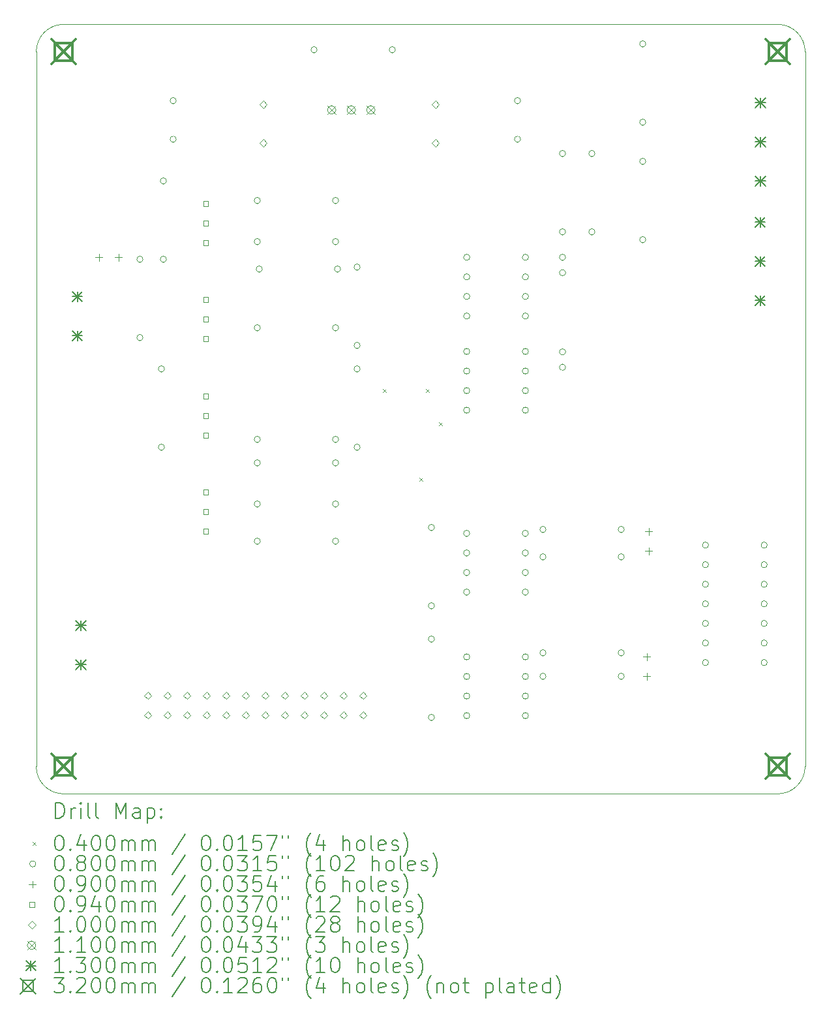
<source format=gbr>
%TF.GenerationSoftware,KiCad,Pcbnew,(6.0.8)*%
%TF.CreationDate,2023-09-05T09:21:04+09:00*%
%TF.ProjectId,AltairMD_V2,416c7461-6972-44d4-945f-56322e6b6963,rev?*%
%TF.SameCoordinates,Original*%
%TF.FileFunction,Drillmap*%
%TF.FilePolarity,Positive*%
%FSLAX45Y45*%
G04 Gerber Fmt 4.5, Leading zero omitted, Abs format (unit mm)*
G04 Created by KiCad (PCBNEW (6.0.8)) date 2023-09-05 09:21:04*
%MOMM*%
%LPD*%
G01*
G04 APERTURE LIST*
%ADD10C,0.100000*%
%ADD11C,0.200000*%
%ADD12C,0.040000*%
%ADD13C,0.080000*%
%ADD14C,0.090000*%
%ADD15C,0.093980*%
%ADD16C,0.110000*%
%ADD17C,0.130000*%
%ADD18C,0.320000*%
G04 APERTURE END LIST*
D10*
X17602200Y-14706600D02*
X17602200Y-5435600D01*
X7975600Y-15062200D02*
X17246600Y-15062200D01*
X7620000Y-5435600D02*
X7620000Y-14706600D01*
X17246600Y-5080000D02*
X7975600Y-5080000D01*
X7975600Y-5080000D02*
G75*
G03*
X7620000Y-5435600I0J-355600D01*
G01*
X7620000Y-14706600D02*
G75*
G03*
X7975600Y-15062200I355600J0D01*
G01*
X17602200Y-5435600D02*
G75*
G03*
X17246600Y-5080000I-355600J0D01*
G01*
X17246600Y-15062200D02*
G75*
G03*
X17602200Y-14706600I0J355600D01*
G01*
D11*
D12*
X12121200Y-9809800D02*
X12161200Y-9849800D01*
X12161200Y-9809800D02*
X12121200Y-9849800D01*
X12596010Y-10962550D02*
X12636010Y-11002550D01*
X12636010Y-10962550D02*
X12596010Y-11002550D01*
X12680000Y-9809800D02*
X12720000Y-9849800D01*
X12720000Y-9809800D02*
X12680000Y-9849800D01*
X12850010Y-10243450D02*
X12890010Y-10283450D01*
X12890010Y-10243450D02*
X12850010Y-10283450D01*
D13*
X9006200Y-8128000D02*
G75*
G03*
X9006200Y-8128000I-40000J0D01*
G01*
X9006200Y-9144000D02*
G75*
G03*
X9006200Y-9144000I-40000J0D01*
G01*
X9285600Y-9550400D02*
G75*
G03*
X9285600Y-9550400I-40000J0D01*
G01*
X9285600Y-10566400D02*
G75*
G03*
X9285600Y-10566400I-40000J0D01*
G01*
X9311000Y-7112000D02*
G75*
G03*
X9311000Y-7112000I-40000J0D01*
G01*
X9311000Y-8128000D02*
G75*
G03*
X9311000Y-8128000I-40000J0D01*
G01*
X9438000Y-6070600D02*
G75*
G03*
X9438000Y-6070600I-40000J0D01*
G01*
X9438000Y-6570600D02*
G75*
G03*
X9438000Y-6570600I-40000J0D01*
G01*
X10530200Y-7366000D02*
G75*
G03*
X10530200Y-7366000I-40000J0D01*
G01*
X10530200Y-7899400D02*
G75*
G03*
X10530200Y-7899400I-40000J0D01*
G01*
X10530200Y-9017000D02*
G75*
G03*
X10530200Y-9017000I-40000J0D01*
G01*
X10530200Y-10464800D02*
G75*
G03*
X10530200Y-10464800I-40000J0D01*
G01*
X10530200Y-10769600D02*
G75*
G03*
X10530200Y-10769600I-40000J0D01*
G01*
X10530200Y-11303000D02*
G75*
G03*
X10530200Y-11303000I-40000J0D01*
G01*
X10530200Y-11785600D02*
G75*
G03*
X10530200Y-11785600I-40000J0D01*
G01*
X10555600Y-8255000D02*
G75*
G03*
X10555600Y-8255000I-40000J0D01*
G01*
X11266800Y-5410200D02*
G75*
G03*
X11266800Y-5410200I-40000J0D01*
G01*
X11546200Y-7366000D02*
G75*
G03*
X11546200Y-7366000I-40000J0D01*
G01*
X11546200Y-7899400D02*
G75*
G03*
X11546200Y-7899400I-40000J0D01*
G01*
X11546200Y-9017000D02*
G75*
G03*
X11546200Y-9017000I-40000J0D01*
G01*
X11546200Y-10464800D02*
G75*
G03*
X11546200Y-10464800I-40000J0D01*
G01*
X11546200Y-10769600D02*
G75*
G03*
X11546200Y-10769600I-40000J0D01*
G01*
X11546200Y-11303000D02*
G75*
G03*
X11546200Y-11303000I-40000J0D01*
G01*
X11546200Y-11785600D02*
G75*
G03*
X11546200Y-11785600I-40000J0D01*
G01*
X11571600Y-8255000D02*
G75*
G03*
X11571600Y-8255000I-40000J0D01*
G01*
X11825600Y-8229600D02*
G75*
G03*
X11825600Y-8229600I-40000J0D01*
G01*
X11825600Y-9245600D02*
G75*
G03*
X11825600Y-9245600I-40000J0D01*
G01*
X11825600Y-9550400D02*
G75*
G03*
X11825600Y-9550400I-40000J0D01*
G01*
X11825600Y-10566400D02*
G75*
G03*
X11825600Y-10566400I-40000J0D01*
G01*
X12282800Y-5410200D02*
G75*
G03*
X12282800Y-5410200I-40000J0D01*
G01*
X12790800Y-11607800D02*
G75*
G03*
X12790800Y-11607800I-40000J0D01*
G01*
X12790800Y-12623800D02*
G75*
G03*
X12790800Y-12623800I-40000J0D01*
G01*
X12790800Y-13055600D02*
G75*
G03*
X12790800Y-13055600I-40000J0D01*
G01*
X12790800Y-14071600D02*
G75*
G03*
X12790800Y-14071600I-40000J0D01*
G01*
X13248000Y-11684000D02*
G75*
G03*
X13248000Y-11684000I-40000J0D01*
G01*
X13248000Y-11938000D02*
G75*
G03*
X13248000Y-11938000I-40000J0D01*
G01*
X13248000Y-12192000D02*
G75*
G03*
X13248000Y-12192000I-40000J0D01*
G01*
X13248000Y-12446000D02*
G75*
G03*
X13248000Y-12446000I-40000J0D01*
G01*
X13249000Y-8102600D02*
G75*
G03*
X13249000Y-8102600I-40000J0D01*
G01*
X13249000Y-8356600D02*
G75*
G03*
X13249000Y-8356600I-40000J0D01*
G01*
X13249000Y-8610600D02*
G75*
G03*
X13249000Y-8610600I-40000J0D01*
G01*
X13249000Y-8864600D02*
G75*
G03*
X13249000Y-8864600I-40000J0D01*
G01*
X13249000Y-9322800D02*
G75*
G03*
X13249000Y-9322800I-40000J0D01*
G01*
X13249000Y-9576800D02*
G75*
G03*
X13249000Y-9576800I-40000J0D01*
G01*
X13249000Y-9830800D02*
G75*
G03*
X13249000Y-9830800I-40000J0D01*
G01*
X13249000Y-10084800D02*
G75*
G03*
X13249000Y-10084800I-40000J0D01*
G01*
X13249000Y-13285200D02*
G75*
G03*
X13249000Y-13285200I-40000J0D01*
G01*
X13249000Y-13539200D02*
G75*
G03*
X13249000Y-13539200I-40000J0D01*
G01*
X13249000Y-13793200D02*
G75*
G03*
X13249000Y-13793200I-40000J0D01*
G01*
X13249000Y-14047200D02*
G75*
G03*
X13249000Y-14047200I-40000J0D01*
G01*
X13908400Y-6070600D02*
G75*
G03*
X13908400Y-6070600I-40000J0D01*
G01*
X13908400Y-6570600D02*
G75*
G03*
X13908400Y-6570600I-40000J0D01*
G01*
X14010000Y-11684000D02*
G75*
G03*
X14010000Y-11684000I-40000J0D01*
G01*
X14010000Y-11938000D02*
G75*
G03*
X14010000Y-11938000I-40000J0D01*
G01*
X14010000Y-12192000D02*
G75*
G03*
X14010000Y-12192000I-40000J0D01*
G01*
X14010000Y-12446000D02*
G75*
G03*
X14010000Y-12446000I-40000J0D01*
G01*
X14011000Y-8102600D02*
G75*
G03*
X14011000Y-8102600I-40000J0D01*
G01*
X14011000Y-8356600D02*
G75*
G03*
X14011000Y-8356600I-40000J0D01*
G01*
X14011000Y-8610600D02*
G75*
G03*
X14011000Y-8610600I-40000J0D01*
G01*
X14011000Y-8864600D02*
G75*
G03*
X14011000Y-8864600I-40000J0D01*
G01*
X14011000Y-9322800D02*
G75*
G03*
X14011000Y-9322800I-40000J0D01*
G01*
X14011000Y-9576800D02*
G75*
G03*
X14011000Y-9576800I-40000J0D01*
G01*
X14011000Y-9830800D02*
G75*
G03*
X14011000Y-9830800I-40000J0D01*
G01*
X14011000Y-10084800D02*
G75*
G03*
X14011000Y-10084800I-40000J0D01*
G01*
X14011000Y-13285200D02*
G75*
G03*
X14011000Y-13285200I-40000J0D01*
G01*
X14011000Y-13539200D02*
G75*
G03*
X14011000Y-13539200I-40000J0D01*
G01*
X14011000Y-13793200D02*
G75*
G03*
X14011000Y-13793200I-40000J0D01*
G01*
X14011000Y-14047200D02*
G75*
G03*
X14011000Y-14047200I-40000J0D01*
G01*
X14238600Y-11633200D02*
G75*
G03*
X14238600Y-11633200I-40000J0D01*
G01*
X14238600Y-11988800D02*
G75*
G03*
X14238600Y-11988800I-40000J0D01*
G01*
X14238600Y-13233400D02*
G75*
G03*
X14238600Y-13233400I-40000J0D01*
G01*
X14238600Y-13538200D02*
G75*
G03*
X14238600Y-13538200I-40000J0D01*
G01*
X14492600Y-6756400D02*
G75*
G03*
X14492600Y-6756400I-40000J0D01*
G01*
X14492600Y-7772400D02*
G75*
G03*
X14492600Y-7772400I-40000J0D01*
G01*
X14492600Y-8102600D02*
G75*
G03*
X14492600Y-8102600I-40000J0D01*
G01*
X14492600Y-8302600D02*
G75*
G03*
X14492600Y-8302600I-40000J0D01*
G01*
X14492600Y-9327890D02*
G75*
G03*
X14492600Y-9327890I-40000J0D01*
G01*
X14492600Y-9527890D02*
G75*
G03*
X14492600Y-9527890I-40000J0D01*
G01*
X14873600Y-6756400D02*
G75*
G03*
X14873600Y-6756400I-40000J0D01*
G01*
X14873600Y-7772400D02*
G75*
G03*
X14873600Y-7772400I-40000J0D01*
G01*
X15254600Y-11633200D02*
G75*
G03*
X15254600Y-11633200I-40000J0D01*
G01*
X15254600Y-11988800D02*
G75*
G03*
X15254600Y-11988800I-40000J0D01*
G01*
X15254600Y-13233400D02*
G75*
G03*
X15254600Y-13233400I-40000J0D01*
G01*
X15254600Y-13538200D02*
G75*
G03*
X15254600Y-13538200I-40000J0D01*
G01*
X15534000Y-5334000D02*
G75*
G03*
X15534000Y-5334000I-40000J0D01*
G01*
X15534000Y-6350000D02*
G75*
G03*
X15534000Y-6350000I-40000J0D01*
G01*
X15534000Y-6858000D02*
G75*
G03*
X15534000Y-6858000I-40000J0D01*
G01*
X15534000Y-7874000D02*
G75*
G03*
X15534000Y-7874000I-40000J0D01*
G01*
X16347800Y-11835900D02*
G75*
G03*
X16347800Y-11835900I-40000J0D01*
G01*
X16347800Y-12089900D02*
G75*
G03*
X16347800Y-12089900I-40000J0D01*
G01*
X16347800Y-12343900D02*
G75*
G03*
X16347800Y-12343900I-40000J0D01*
G01*
X16347800Y-12597900D02*
G75*
G03*
X16347800Y-12597900I-40000J0D01*
G01*
X16347800Y-12851900D02*
G75*
G03*
X16347800Y-12851900I-40000J0D01*
G01*
X16347800Y-13105900D02*
G75*
G03*
X16347800Y-13105900I-40000J0D01*
G01*
X16347800Y-13359900D02*
G75*
G03*
X16347800Y-13359900I-40000J0D01*
G01*
X17109800Y-11835900D02*
G75*
G03*
X17109800Y-11835900I-40000J0D01*
G01*
X17109800Y-12089900D02*
G75*
G03*
X17109800Y-12089900I-40000J0D01*
G01*
X17109800Y-12343900D02*
G75*
G03*
X17109800Y-12343900I-40000J0D01*
G01*
X17109800Y-12597900D02*
G75*
G03*
X17109800Y-12597900I-40000J0D01*
G01*
X17109800Y-12851900D02*
G75*
G03*
X17109800Y-12851900I-40000J0D01*
G01*
X17109800Y-13105900D02*
G75*
G03*
X17109800Y-13105900I-40000J0D01*
G01*
X17109800Y-13359900D02*
G75*
G03*
X17109800Y-13359900I-40000J0D01*
G01*
D14*
X8432800Y-8057600D02*
X8432800Y-8147600D01*
X8387800Y-8102600D02*
X8477800Y-8102600D01*
X8686800Y-8057600D02*
X8686800Y-8147600D01*
X8641800Y-8102600D02*
X8731800Y-8102600D01*
X15544800Y-13239200D02*
X15544800Y-13329200D01*
X15499800Y-13284200D02*
X15589800Y-13284200D01*
X15544800Y-13493200D02*
X15544800Y-13583200D01*
X15499800Y-13538200D02*
X15589800Y-13538200D01*
X15570200Y-11613600D02*
X15570200Y-11703600D01*
X15525200Y-11658600D02*
X15615200Y-11658600D01*
X15570200Y-11867600D02*
X15570200Y-11957600D01*
X15525200Y-11912600D02*
X15615200Y-11912600D01*
D15*
X9854027Y-7437327D02*
X9854027Y-7370873D01*
X9787573Y-7370873D01*
X9787573Y-7437327D01*
X9854027Y-7437327D01*
X9854027Y-7691327D02*
X9854027Y-7624873D01*
X9787573Y-7624873D01*
X9787573Y-7691327D01*
X9854027Y-7691327D01*
X9854027Y-7945327D02*
X9854027Y-7878873D01*
X9787573Y-7878873D01*
X9787573Y-7945327D01*
X9854027Y-7945327D01*
X9854027Y-8681927D02*
X9854027Y-8615473D01*
X9787573Y-8615473D01*
X9787573Y-8681927D01*
X9854027Y-8681927D01*
X9854027Y-8935927D02*
X9854027Y-8869473D01*
X9787573Y-8869473D01*
X9787573Y-8935927D01*
X9854027Y-8935927D01*
X9854027Y-9189927D02*
X9854027Y-9123473D01*
X9787573Y-9123473D01*
X9787573Y-9189927D01*
X9854027Y-9189927D01*
X9854027Y-9939227D02*
X9854027Y-9872773D01*
X9787573Y-9872773D01*
X9787573Y-9939227D01*
X9854027Y-9939227D01*
X9854027Y-10193227D02*
X9854027Y-10126773D01*
X9787573Y-10126773D01*
X9787573Y-10193227D01*
X9854027Y-10193227D01*
X9854027Y-10447227D02*
X9854027Y-10380773D01*
X9787573Y-10380773D01*
X9787573Y-10447227D01*
X9854027Y-10447227D01*
X9854027Y-11183827D02*
X9854027Y-11117373D01*
X9787573Y-11117373D01*
X9787573Y-11183827D01*
X9854027Y-11183827D01*
X9854027Y-11437827D02*
X9854027Y-11371373D01*
X9787573Y-11371373D01*
X9787573Y-11437827D01*
X9854027Y-11437827D01*
X9854027Y-11691827D02*
X9854027Y-11625373D01*
X9787573Y-11625373D01*
X9787573Y-11691827D01*
X9854027Y-11691827D01*
D10*
X9068300Y-13836000D02*
X9118300Y-13786000D01*
X9068300Y-13736000D01*
X9018300Y-13786000D01*
X9068300Y-13836000D01*
X9068300Y-14090000D02*
X9118300Y-14040000D01*
X9068300Y-13990000D01*
X9018300Y-14040000D01*
X9068300Y-14090000D01*
X9322300Y-13836000D02*
X9372300Y-13786000D01*
X9322300Y-13736000D01*
X9272300Y-13786000D01*
X9322300Y-13836000D01*
X9322300Y-14090000D02*
X9372300Y-14040000D01*
X9322300Y-13990000D01*
X9272300Y-14040000D01*
X9322300Y-14090000D01*
X9576300Y-13836000D02*
X9626300Y-13786000D01*
X9576300Y-13736000D01*
X9526300Y-13786000D01*
X9576300Y-13836000D01*
X9576300Y-14090000D02*
X9626300Y-14040000D01*
X9576300Y-13990000D01*
X9526300Y-14040000D01*
X9576300Y-14090000D01*
X9830300Y-13836000D02*
X9880300Y-13786000D01*
X9830300Y-13736000D01*
X9780300Y-13786000D01*
X9830300Y-13836000D01*
X9830300Y-14090000D02*
X9880300Y-14040000D01*
X9830300Y-13990000D01*
X9780300Y-14040000D01*
X9830300Y-14090000D01*
X10084300Y-13836000D02*
X10134300Y-13786000D01*
X10084300Y-13736000D01*
X10034300Y-13786000D01*
X10084300Y-13836000D01*
X10084300Y-14090000D02*
X10134300Y-14040000D01*
X10084300Y-13990000D01*
X10034300Y-14040000D01*
X10084300Y-14090000D01*
X10338300Y-13836000D02*
X10388300Y-13786000D01*
X10338300Y-13736000D01*
X10288300Y-13786000D01*
X10338300Y-13836000D01*
X10338300Y-14090000D02*
X10388300Y-14040000D01*
X10338300Y-13990000D01*
X10288300Y-14040000D01*
X10338300Y-14090000D01*
X10566400Y-6171400D02*
X10616400Y-6121400D01*
X10566400Y-6071400D01*
X10516400Y-6121400D01*
X10566400Y-6171400D01*
X10566400Y-6671400D02*
X10616400Y-6621400D01*
X10566400Y-6571400D01*
X10516400Y-6621400D01*
X10566400Y-6671400D01*
X10592300Y-13836000D02*
X10642300Y-13786000D01*
X10592300Y-13736000D01*
X10542300Y-13786000D01*
X10592300Y-13836000D01*
X10592300Y-14090000D02*
X10642300Y-14040000D01*
X10592300Y-13990000D01*
X10542300Y-14040000D01*
X10592300Y-14090000D01*
X10846300Y-13836000D02*
X10896300Y-13786000D01*
X10846300Y-13736000D01*
X10796300Y-13786000D01*
X10846300Y-13836000D01*
X10846300Y-14090000D02*
X10896300Y-14040000D01*
X10846300Y-13990000D01*
X10796300Y-14040000D01*
X10846300Y-14090000D01*
X11100300Y-13836000D02*
X11150300Y-13786000D01*
X11100300Y-13736000D01*
X11050300Y-13786000D01*
X11100300Y-13836000D01*
X11100300Y-14090000D02*
X11150300Y-14040000D01*
X11100300Y-13990000D01*
X11050300Y-14040000D01*
X11100300Y-14090000D01*
X11354300Y-13836000D02*
X11404300Y-13786000D01*
X11354300Y-13736000D01*
X11304300Y-13786000D01*
X11354300Y-13836000D01*
X11354300Y-14090000D02*
X11404300Y-14040000D01*
X11354300Y-13990000D01*
X11304300Y-14040000D01*
X11354300Y-14090000D01*
X11608300Y-13836000D02*
X11658300Y-13786000D01*
X11608300Y-13736000D01*
X11558300Y-13786000D01*
X11608300Y-13836000D01*
X11608300Y-14090000D02*
X11658300Y-14040000D01*
X11608300Y-13990000D01*
X11558300Y-14040000D01*
X11608300Y-14090000D01*
X11862300Y-13836000D02*
X11912300Y-13786000D01*
X11862300Y-13736000D01*
X11812300Y-13786000D01*
X11862300Y-13836000D01*
X11862300Y-14090000D02*
X11912300Y-14040000D01*
X11862300Y-13990000D01*
X11812300Y-14040000D01*
X11862300Y-14090000D01*
X12801600Y-6171400D02*
X12851600Y-6121400D01*
X12801600Y-6071400D01*
X12751600Y-6121400D01*
X12801600Y-6171400D01*
X12801600Y-6671400D02*
X12851600Y-6621400D01*
X12801600Y-6571400D01*
X12751600Y-6621400D01*
X12801600Y-6671400D01*
D16*
X11400400Y-6135500D02*
X11510400Y-6245500D01*
X11510400Y-6135500D02*
X11400400Y-6245500D01*
X11510400Y-6190500D02*
G75*
G03*
X11510400Y-6190500I-55000J0D01*
G01*
X11654400Y-6135500D02*
X11764400Y-6245500D01*
X11764400Y-6135500D02*
X11654400Y-6245500D01*
X11764400Y-6190500D02*
G75*
G03*
X11764400Y-6190500I-55000J0D01*
G01*
X11908400Y-6135500D02*
X12018400Y-6245500D01*
X12018400Y-6135500D02*
X11908400Y-6245500D01*
X12018400Y-6190500D02*
G75*
G03*
X12018400Y-6190500I-55000J0D01*
G01*
D17*
X8088400Y-8545600D02*
X8218400Y-8675600D01*
X8218400Y-8545600D02*
X8088400Y-8675600D01*
X8153400Y-8545600D02*
X8153400Y-8675600D01*
X8088400Y-8610600D02*
X8218400Y-8610600D01*
X8088400Y-9053600D02*
X8218400Y-9183600D01*
X8218400Y-9053600D02*
X8088400Y-9183600D01*
X8153400Y-9053600D02*
X8153400Y-9183600D01*
X8088400Y-9118600D02*
X8218400Y-9118600D01*
X8134600Y-12812300D02*
X8264600Y-12942300D01*
X8264600Y-12812300D02*
X8134600Y-12942300D01*
X8199600Y-12812300D02*
X8199600Y-12942300D01*
X8134600Y-12877300D02*
X8264600Y-12877300D01*
X8134600Y-13320300D02*
X8264600Y-13450300D01*
X8264600Y-13320300D02*
X8134600Y-13450300D01*
X8199600Y-13320300D02*
X8199600Y-13450300D01*
X8134600Y-13385300D02*
X8264600Y-13385300D01*
X16953000Y-7580400D02*
X17083000Y-7710400D01*
X17083000Y-7580400D02*
X16953000Y-7710400D01*
X17018000Y-7580400D02*
X17018000Y-7710400D01*
X16953000Y-7645400D02*
X17083000Y-7645400D01*
X16953000Y-8088400D02*
X17083000Y-8218400D01*
X17083000Y-8088400D02*
X16953000Y-8218400D01*
X17018000Y-8088400D02*
X17018000Y-8218400D01*
X16953000Y-8153400D02*
X17083000Y-8153400D01*
X16953000Y-8596400D02*
X17083000Y-8726400D01*
X17083000Y-8596400D02*
X16953000Y-8726400D01*
X17018000Y-8596400D02*
X17018000Y-8726400D01*
X16953000Y-8661400D02*
X17083000Y-8661400D01*
X16957600Y-6031500D02*
X17087600Y-6161500D01*
X17087600Y-6031500D02*
X16957600Y-6161500D01*
X17022600Y-6031500D02*
X17022600Y-6161500D01*
X16957600Y-6096500D02*
X17087600Y-6096500D01*
X16957600Y-6539500D02*
X17087600Y-6669500D01*
X17087600Y-6539500D02*
X16957600Y-6669500D01*
X17022600Y-6539500D02*
X17022600Y-6669500D01*
X16957600Y-6604500D02*
X17087600Y-6604500D01*
X16957600Y-7047500D02*
X17087600Y-7177500D01*
X17087600Y-7047500D02*
X16957600Y-7177500D01*
X17022600Y-7047500D02*
X17022600Y-7177500D01*
X16957600Y-7112500D02*
X17087600Y-7112500D01*
D18*
X7815600Y-5275600D02*
X8135600Y-5595600D01*
X8135600Y-5275600D02*
X7815600Y-5595600D01*
X8088738Y-5548738D02*
X8088738Y-5322462D01*
X7862462Y-5322462D01*
X7862462Y-5548738D01*
X8088738Y-5548738D01*
X7815600Y-14546600D02*
X8135600Y-14866600D01*
X8135600Y-14546600D02*
X7815600Y-14866600D01*
X8088738Y-14819738D02*
X8088738Y-14593462D01*
X7862462Y-14593462D01*
X7862462Y-14819738D01*
X8088738Y-14819738D01*
X17086600Y-5275600D02*
X17406600Y-5595600D01*
X17406600Y-5275600D02*
X17086600Y-5595600D01*
X17359738Y-5548738D02*
X17359738Y-5322462D01*
X17133462Y-5322462D01*
X17133462Y-5548738D01*
X17359738Y-5548738D01*
X17086600Y-14546600D02*
X17406600Y-14866600D01*
X17406600Y-14546600D02*
X17086600Y-14866600D01*
X17359738Y-14819738D02*
X17359738Y-14593462D01*
X17133462Y-14593462D01*
X17133462Y-14819738D01*
X17359738Y-14819738D01*
D11*
X7872619Y-15377676D02*
X7872619Y-15177676D01*
X7920238Y-15177676D01*
X7948809Y-15187200D01*
X7967857Y-15206248D01*
X7977381Y-15225295D01*
X7986905Y-15263390D01*
X7986905Y-15291962D01*
X7977381Y-15330057D01*
X7967857Y-15349105D01*
X7948809Y-15368152D01*
X7920238Y-15377676D01*
X7872619Y-15377676D01*
X8072619Y-15377676D02*
X8072619Y-15244343D01*
X8072619Y-15282438D02*
X8082143Y-15263390D01*
X8091667Y-15253867D01*
X8110714Y-15244343D01*
X8129762Y-15244343D01*
X8196428Y-15377676D02*
X8196428Y-15244343D01*
X8196428Y-15177676D02*
X8186905Y-15187200D01*
X8196428Y-15196724D01*
X8205952Y-15187200D01*
X8196428Y-15177676D01*
X8196428Y-15196724D01*
X8320238Y-15377676D02*
X8301190Y-15368152D01*
X8291667Y-15349105D01*
X8291667Y-15177676D01*
X8425000Y-15377676D02*
X8405952Y-15368152D01*
X8396429Y-15349105D01*
X8396429Y-15177676D01*
X8653571Y-15377676D02*
X8653571Y-15177676D01*
X8720238Y-15320533D01*
X8786905Y-15177676D01*
X8786905Y-15377676D01*
X8967857Y-15377676D02*
X8967857Y-15272914D01*
X8958333Y-15253867D01*
X8939286Y-15244343D01*
X8901190Y-15244343D01*
X8882143Y-15253867D01*
X8967857Y-15368152D02*
X8948810Y-15377676D01*
X8901190Y-15377676D01*
X8882143Y-15368152D01*
X8872619Y-15349105D01*
X8872619Y-15330057D01*
X8882143Y-15311009D01*
X8901190Y-15301486D01*
X8948810Y-15301486D01*
X8967857Y-15291962D01*
X9063095Y-15244343D02*
X9063095Y-15444343D01*
X9063095Y-15253867D02*
X9082143Y-15244343D01*
X9120238Y-15244343D01*
X9139286Y-15253867D01*
X9148810Y-15263390D01*
X9158333Y-15282438D01*
X9158333Y-15339581D01*
X9148810Y-15358628D01*
X9139286Y-15368152D01*
X9120238Y-15377676D01*
X9082143Y-15377676D01*
X9063095Y-15368152D01*
X9244048Y-15358628D02*
X9253571Y-15368152D01*
X9244048Y-15377676D01*
X9234524Y-15368152D01*
X9244048Y-15358628D01*
X9244048Y-15377676D01*
X9244048Y-15253867D02*
X9253571Y-15263390D01*
X9244048Y-15272914D01*
X9234524Y-15263390D01*
X9244048Y-15253867D01*
X9244048Y-15272914D01*
D12*
X7575000Y-15687200D02*
X7615000Y-15727200D01*
X7615000Y-15687200D02*
X7575000Y-15727200D01*
D11*
X7910714Y-15597676D02*
X7929762Y-15597676D01*
X7948809Y-15607200D01*
X7958333Y-15616724D01*
X7967857Y-15635771D01*
X7977381Y-15673867D01*
X7977381Y-15721486D01*
X7967857Y-15759581D01*
X7958333Y-15778628D01*
X7948809Y-15788152D01*
X7929762Y-15797676D01*
X7910714Y-15797676D01*
X7891667Y-15788152D01*
X7882143Y-15778628D01*
X7872619Y-15759581D01*
X7863095Y-15721486D01*
X7863095Y-15673867D01*
X7872619Y-15635771D01*
X7882143Y-15616724D01*
X7891667Y-15607200D01*
X7910714Y-15597676D01*
X8063095Y-15778628D02*
X8072619Y-15788152D01*
X8063095Y-15797676D01*
X8053571Y-15788152D01*
X8063095Y-15778628D01*
X8063095Y-15797676D01*
X8244048Y-15664343D02*
X8244048Y-15797676D01*
X8196428Y-15588152D02*
X8148809Y-15731009D01*
X8272619Y-15731009D01*
X8386905Y-15597676D02*
X8405952Y-15597676D01*
X8425000Y-15607200D01*
X8434524Y-15616724D01*
X8444048Y-15635771D01*
X8453571Y-15673867D01*
X8453571Y-15721486D01*
X8444048Y-15759581D01*
X8434524Y-15778628D01*
X8425000Y-15788152D01*
X8405952Y-15797676D01*
X8386905Y-15797676D01*
X8367857Y-15788152D01*
X8358333Y-15778628D01*
X8348809Y-15759581D01*
X8339286Y-15721486D01*
X8339286Y-15673867D01*
X8348809Y-15635771D01*
X8358333Y-15616724D01*
X8367857Y-15607200D01*
X8386905Y-15597676D01*
X8577381Y-15597676D02*
X8596429Y-15597676D01*
X8615476Y-15607200D01*
X8625000Y-15616724D01*
X8634524Y-15635771D01*
X8644048Y-15673867D01*
X8644048Y-15721486D01*
X8634524Y-15759581D01*
X8625000Y-15778628D01*
X8615476Y-15788152D01*
X8596429Y-15797676D01*
X8577381Y-15797676D01*
X8558333Y-15788152D01*
X8548810Y-15778628D01*
X8539286Y-15759581D01*
X8529762Y-15721486D01*
X8529762Y-15673867D01*
X8539286Y-15635771D01*
X8548810Y-15616724D01*
X8558333Y-15607200D01*
X8577381Y-15597676D01*
X8729762Y-15797676D02*
X8729762Y-15664343D01*
X8729762Y-15683390D02*
X8739286Y-15673867D01*
X8758333Y-15664343D01*
X8786905Y-15664343D01*
X8805952Y-15673867D01*
X8815476Y-15692914D01*
X8815476Y-15797676D01*
X8815476Y-15692914D02*
X8825000Y-15673867D01*
X8844048Y-15664343D01*
X8872619Y-15664343D01*
X8891667Y-15673867D01*
X8901190Y-15692914D01*
X8901190Y-15797676D01*
X8996429Y-15797676D02*
X8996429Y-15664343D01*
X8996429Y-15683390D02*
X9005952Y-15673867D01*
X9025000Y-15664343D01*
X9053571Y-15664343D01*
X9072619Y-15673867D01*
X9082143Y-15692914D01*
X9082143Y-15797676D01*
X9082143Y-15692914D02*
X9091667Y-15673867D01*
X9110714Y-15664343D01*
X9139286Y-15664343D01*
X9158333Y-15673867D01*
X9167857Y-15692914D01*
X9167857Y-15797676D01*
X9558333Y-15588152D02*
X9386905Y-15845295D01*
X9815476Y-15597676D02*
X9834524Y-15597676D01*
X9853571Y-15607200D01*
X9863095Y-15616724D01*
X9872619Y-15635771D01*
X9882143Y-15673867D01*
X9882143Y-15721486D01*
X9872619Y-15759581D01*
X9863095Y-15778628D01*
X9853571Y-15788152D01*
X9834524Y-15797676D01*
X9815476Y-15797676D01*
X9796429Y-15788152D01*
X9786905Y-15778628D01*
X9777381Y-15759581D01*
X9767857Y-15721486D01*
X9767857Y-15673867D01*
X9777381Y-15635771D01*
X9786905Y-15616724D01*
X9796429Y-15607200D01*
X9815476Y-15597676D01*
X9967857Y-15778628D02*
X9977381Y-15788152D01*
X9967857Y-15797676D01*
X9958333Y-15788152D01*
X9967857Y-15778628D01*
X9967857Y-15797676D01*
X10101190Y-15597676D02*
X10120238Y-15597676D01*
X10139286Y-15607200D01*
X10148810Y-15616724D01*
X10158333Y-15635771D01*
X10167857Y-15673867D01*
X10167857Y-15721486D01*
X10158333Y-15759581D01*
X10148810Y-15778628D01*
X10139286Y-15788152D01*
X10120238Y-15797676D01*
X10101190Y-15797676D01*
X10082143Y-15788152D01*
X10072619Y-15778628D01*
X10063095Y-15759581D01*
X10053571Y-15721486D01*
X10053571Y-15673867D01*
X10063095Y-15635771D01*
X10072619Y-15616724D01*
X10082143Y-15607200D01*
X10101190Y-15597676D01*
X10358333Y-15797676D02*
X10244048Y-15797676D01*
X10301190Y-15797676D02*
X10301190Y-15597676D01*
X10282143Y-15626248D01*
X10263095Y-15645295D01*
X10244048Y-15654819D01*
X10539286Y-15597676D02*
X10444048Y-15597676D01*
X10434524Y-15692914D01*
X10444048Y-15683390D01*
X10463095Y-15673867D01*
X10510714Y-15673867D01*
X10529762Y-15683390D01*
X10539286Y-15692914D01*
X10548810Y-15711962D01*
X10548810Y-15759581D01*
X10539286Y-15778628D01*
X10529762Y-15788152D01*
X10510714Y-15797676D01*
X10463095Y-15797676D01*
X10444048Y-15788152D01*
X10434524Y-15778628D01*
X10615476Y-15597676D02*
X10748810Y-15597676D01*
X10663095Y-15797676D01*
X10815476Y-15597676D02*
X10815476Y-15635771D01*
X10891667Y-15597676D02*
X10891667Y-15635771D01*
X11186905Y-15873867D02*
X11177381Y-15864343D01*
X11158333Y-15835771D01*
X11148810Y-15816724D01*
X11139286Y-15788152D01*
X11129762Y-15740533D01*
X11129762Y-15702438D01*
X11139286Y-15654819D01*
X11148810Y-15626248D01*
X11158333Y-15607200D01*
X11177381Y-15578628D01*
X11186905Y-15569105D01*
X11348809Y-15664343D02*
X11348809Y-15797676D01*
X11301190Y-15588152D02*
X11253571Y-15731009D01*
X11377381Y-15731009D01*
X11605952Y-15797676D02*
X11605952Y-15597676D01*
X11691667Y-15797676D02*
X11691667Y-15692914D01*
X11682143Y-15673867D01*
X11663095Y-15664343D01*
X11634524Y-15664343D01*
X11615476Y-15673867D01*
X11605952Y-15683390D01*
X11815476Y-15797676D02*
X11796428Y-15788152D01*
X11786905Y-15778628D01*
X11777381Y-15759581D01*
X11777381Y-15702438D01*
X11786905Y-15683390D01*
X11796428Y-15673867D01*
X11815476Y-15664343D01*
X11844048Y-15664343D01*
X11863095Y-15673867D01*
X11872619Y-15683390D01*
X11882143Y-15702438D01*
X11882143Y-15759581D01*
X11872619Y-15778628D01*
X11863095Y-15788152D01*
X11844048Y-15797676D01*
X11815476Y-15797676D01*
X11996428Y-15797676D02*
X11977381Y-15788152D01*
X11967857Y-15769105D01*
X11967857Y-15597676D01*
X12148809Y-15788152D02*
X12129762Y-15797676D01*
X12091667Y-15797676D01*
X12072619Y-15788152D01*
X12063095Y-15769105D01*
X12063095Y-15692914D01*
X12072619Y-15673867D01*
X12091667Y-15664343D01*
X12129762Y-15664343D01*
X12148809Y-15673867D01*
X12158333Y-15692914D01*
X12158333Y-15711962D01*
X12063095Y-15731009D01*
X12234524Y-15788152D02*
X12253571Y-15797676D01*
X12291667Y-15797676D01*
X12310714Y-15788152D01*
X12320238Y-15769105D01*
X12320238Y-15759581D01*
X12310714Y-15740533D01*
X12291667Y-15731009D01*
X12263095Y-15731009D01*
X12244048Y-15721486D01*
X12234524Y-15702438D01*
X12234524Y-15692914D01*
X12244048Y-15673867D01*
X12263095Y-15664343D01*
X12291667Y-15664343D01*
X12310714Y-15673867D01*
X12386905Y-15873867D02*
X12396428Y-15864343D01*
X12415476Y-15835771D01*
X12425000Y-15816724D01*
X12434524Y-15788152D01*
X12444048Y-15740533D01*
X12444048Y-15702438D01*
X12434524Y-15654819D01*
X12425000Y-15626248D01*
X12415476Y-15607200D01*
X12396428Y-15578628D01*
X12386905Y-15569105D01*
D13*
X7615000Y-15971200D02*
G75*
G03*
X7615000Y-15971200I-40000J0D01*
G01*
D11*
X7910714Y-15861676D02*
X7929762Y-15861676D01*
X7948809Y-15871200D01*
X7958333Y-15880724D01*
X7967857Y-15899771D01*
X7977381Y-15937867D01*
X7977381Y-15985486D01*
X7967857Y-16023581D01*
X7958333Y-16042628D01*
X7948809Y-16052152D01*
X7929762Y-16061676D01*
X7910714Y-16061676D01*
X7891667Y-16052152D01*
X7882143Y-16042628D01*
X7872619Y-16023581D01*
X7863095Y-15985486D01*
X7863095Y-15937867D01*
X7872619Y-15899771D01*
X7882143Y-15880724D01*
X7891667Y-15871200D01*
X7910714Y-15861676D01*
X8063095Y-16042628D02*
X8072619Y-16052152D01*
X8063095Y-16061676D01*
X8053571Y-16052152D01*
X8063095Y-16042628D01*
X8063095Y-16061676D01*
X8186905Y-15947390D02*
X8167857Y-15937867D01*
X8158333Y-15928343D01*
X8148809Y-15909295D01*
X8148809Y-15899771D01*
X8158333Y-15880724D01*
X8167857Y-15871200D01*
X8186905Y-15861676D01*
X8225000Y-15861676D01*
X8244048Y-15871200D01*
X8253571Y-15880724D01*
X8263095Y-15899771D01*
X8263095Y-15909295D01*
X8253571Y-15928343D01*
X8244048Y-15937867D01*
X8225000Y-15947390D01*
X8186905Y-15947390D01*
X8167857Y-15956914D01*
X8158333Y-15966438D01*
X8148809Y-15985486D01*
X8148809Y-16023581D01*
X8158333Y-16042628D01*
X8167857Y-16052152D01*
X8186905Y-16061676D01*
X8225000Y-16061676D01*
X8244048Y-16052152D01*
X8253571Y-16042628D01*
X8263095Y-16023581D01*
X8263095Y-15985486D01*
X8253571Y-15966438D01*
X8244048Y-15956914D01*
X8225000Y-15947390D01*
X8386905Y-15861676D02*
X8405952Y-15861676D01*
X8425000Y-15871200D01*
X8434524Y-15880724D01*
X8444048Y-15899771D01*
X8453571Y-15937867D01*
X8453571Y-15985486D01*
X8444048Y-16023581D01*
X8434524Y-16042628D01*
X8425000Y-16052152D01*
X8405952Y-16061676D01*
X8386905Y-16061676D01*
X8367857Y-16052152D01*
X8358333Y-16042628D01*
X8348809Y-16023581D01*
X8339286Y-15985486D01*
X8339286Y-15937867D01*
X8348809Y-15899771D01*
X8358333Y-15880724D01*
X8367857Y-15871200D01*
X8386905Y-15861676D01*
X8577381Y-15861676D02*
X8596429Y-15861676D01*
X8615476Y-15871200D01*
X8625000Y-15880724D01*
X8634524Y-15899771D01*
X8644048Y-15937867D01*
X8644048Y-15985486D01*
X8634524Y-16023581D01*
X8625000Y-16042628D01*
X8615476Y-16052152D01*
X8596429Y-16061676D01*
X8577381Y-16061676D01*
X8558333Y-16052152D01*
X8548810Y-16042628D01*
X8539286Y-16023581D01*
X8529762Y-15985486D01*
X8529762Y-15937867D01*
X8539286Y-15899771D01*
X8548810Y-15880724D01*
X8558333Y-15871200D01*
X8577381Y-15861676D01*
X8729762Y-16061676D02*
X8729762Y-15928343D01*
X8729762Y-15947390D02*
X8739286Y-15937867D01*
X8758333Y-15928343D01*
X8786905Y-15928343D01*
X8805952Y-15937867D01*
X8815476Y-15956914D01*
X8815476Y-16061676D01*
X8815476Y-15956914D02*
X8825000Y-15937867D01*
X8844048Y-15928343D01*
X8872619Y-15928343D01*
X8891667Y-15937867D01*
X8901190Y-15956914D01*
X8901190Y-16061676D01*
X8996429Y-16061676D02*
X8996429Y-15928343D01*
X8996429Y-15947390D02*
X9005952Y-15937867D01*
X9025000Y-15928343D01*
X9053571Y-15928343D01*
X9072619Y-15937867D01*
X9082143Y-15956914D01*
X9082143Y-16061676D01*
X9082143Y-15956914D02*
X9091667Y-15937867D01*
X9110714Y-15928343D01*
X9139286Y-15928343D01*
X9158333Y-15937867D01*
X9167857Y-15956914D01*
X9167857Y-16061676D01*
X9558333Y-15852152D02*
X9386905Y-16109295D01*
X9815476Y-15861676D02*
X9834524Y-15861676D01*
X9853571Y-15871200D01*
X9863095Y-15880724D01*
X9872619Y-15899771D01*
X9882143Y-15937867D01*
X9882143Y-15985486D01*
X9872619Y-16023581D01*
X9863095Y-16042628D01*
X9853571Y-16052152D01*
X9834524Y-16061676D01*
X9815476Y-16061676D01*
X9796429Y-16052152D01*
X9786905Y-16042628D01*
X9777381Y-16023581D01*
X9767857Y-15985486D01*
X9767857Y-15937867D01*
X9777381Y-15899771D01*
X9786905Y-15880724D01*
X9796429Y-15871200D01*
X9815476Y-15861676D01*
X9967857Y-16042628D02*
X9977381Y-16052152D01*
X9967857Y-16061676D01*
X9958333Y-16052152D01*
X9967857Y-16042628D01*
X9967857Y-16061676D01*
X10101190Y-15861676D02*
X10120238Y-15861676D01*
X10139286Y-15871200D01*
X10148810Y-15880724D01*
X10158333Y-15899771D01*
X10167857Y-15937867D01*
X10167857Y-15985486D01*
X10158333Y-16023581D01*
X10148810Y-16042628D01*
X10139286Y-16052152D01*
X10120238Y-16061676D01*
X10101190Y-16061676D01*
X10082143Y-16052152D01*
X10072619Y-16042628D01*
X10063095Y-16023581D01*
X10053571Y-15985486D01*
X10053571Y-15937867D01*
X10063095Y-15899771D01*
X10072619Y-15880724D01*
X10082143Y-15871200D01*
X10101190Y-15861676D01*
X10234524Y-15861676D02*
X10358333Y-15861676D01*
X10291667Y-15937867D01*
X10320238Y-15937867D01*
X10339286Y-15947390D01*
X10348810Y-15956914D01*
X10358333Y-15975962D01*
X10358333Y-16023581D01*
X10348810Y-16042628D01*
X10339286Y-16052152D01*
X10320238Y-16061676D01*
X10263095Y-16061676D01*
X10244048Y-16052152D01*
X10234524Y-16042628D01*
X10548810Y-16061676D02*
X10434524Y-16061676D01*
X10491667Y-16061676D02*
X10491667Y-15861676D01*
X10472619Y-15890248D01*
X10453571Y-15909295D01*
X10434524Y-15918819D01*
X10729762Y-15861676D02*
X10634524Y-15861676D01*
X10625000Y-15956914D01*
X10634524Y-15947390D01*
X10653571Y-15937867D01*
X10701190Y-15937867D01*
X10720238Y-15947390D01*
X10729762Y-15956914D01*
X10739286Y-15975962D01*
X10739286Y-16023581D01*
X10729762Y-16042628D01*
X10720238Y-16052152D01*
X10701190Y-16061676D01*
X10653571Y-16061676D01*
X10634524Y-16052152D01*
X10625000Y-16042628D01*
X10815476Y-15861676D02*
X10815476Y-15899771D01*
X10891667Y-15861676D02*
X10891667Y-15899771D01*
X11186905Y-16137867D02*
X11177381Y-16128343D01*
X11158333Y-16099771D01*
X11148810Y-16080724D01*
X11139286Y-16052152D01*
X11129762Y-16004533D01*
X11129762Y-15966438D01*
X11139286Y-15918819D01*
X11148810Y-15890248D01*
X11158333Y-15871200D01*
X11177381Y-15842628D01*
X11186905Y-15833105D01*
X11367857Y-16061676D02*
X11253571Y-16061676D01*
X11310714Y-16061676D02*
X11310714Y-15861676D01*
X11291667Y-15890248D01*
X11272619Y-15909295D01*
X11253571Y-15918819D01*
X11491667Y-15861676D02*
X11510714Y-15861676D01*
X11529762Y-15871200D01*
X11539286Y-15880724D01*
X11548809Y-15899771D01*
X11558333Y-15937867D01*
X11558333Y-15985486D01*
X11548809Y-16023581D01*
X11539286Y-16042628D01*
X11529762Y-16052152D01*
X11510714Y-16061676D01*
X11491667Y-16061676D01*
X11472619Y-16052152D01*
X11463095Y-16042628D01*
X11453571Y-16023581D01*
X11444048Y-15985486D01*
X11444048Y-15937867D01*
X11453571Y-15899771D01*
X11463095Y-15880724D01*
X11472619Y-15871200D01*
X11491667Y-15861676D01*
X11634524Y-15880724D02*
X11644048Y-15871200D01*
X11663095Y-15861676D01*
X11710714Y-15861676D01*
X11729762Y-15871200D01*
X11739286Y-15880724D01*
X11748809Y-15899771D01*
X11748809Y-15918819D01*
X11739286Y-15947390D01*
X11625000Y-16061676D01*
X11748809Y-16061676D01*
X11986905Y-16061676D02*
X11986905Y-15861676D01*
X12072619Y-16061676D02*
X12072619Y-15956914D01*
X12063095Y-15937867D01*
X12044048Y-15928343D01*
X12015476Y-15928343D01*
X11996428Y-15937867D01*
X11986905Y-15947390D01*
X12196428Y-16061676D02*
X12177381Y-16052152D01*
X12167857Y-16042628D01*
X12158333Y-16023581D01*
X12158333Y-15966438D01*
X12167857Y-15947390D01*
X12177381Y-15937867D01*
X12196428Y-15928343D01*
X12225000Y-15928343D01*
X12244048Y-15937867D01*
X12253571Y-15947390D01*
X12263095Y-15966438D01*
X12263095Y-16023581D01*
X12253571Y-16042628D01*
X12244048Y-16052152D01*
X12225000Y-16061676D01*
X12196428Y-16061676D01*
X12377381Y-16061676D02*
X12358333Y-16052152D01*
X12348809Y-16033105D01*
X12348809Y-15861676D01*
X12529762Y-16052152D02*
X12510714Y-16061676D01*
X12472619Y-16061676D01*
X12453571Y-16052152D01*
X12444048Y-16033105D01*
X12444048Y-15956914D01*
X12453571Y-15937867D01*
X12472619Y-15928343D01*
X12510714Y-15928343D01*
X12529762Y-15937867D01*
X12539286Y-15956914D01*
X12539286Y-15975962D01*
X12444048Y-15995009D01*
X12615476Y-16052152D02*
X12634524Y-16061676D01*
X12672619Y-16061676D01*
X12691667Y-16052152D01*
X12701190Y-16033105D01*
X12701190Y-16023581D01*
X12691667Y-16004533D01*
X12672619Y-15995009D01*
X12644048Y-15995009D01*
X12625000Y-15985486D01*
X12615476Y-15966438D01*
X12615476Y-15956914D01*
X12625000Y-15937867D01*
X12644048Y-15928343D01*
X12672619Y-15928343D01*
X12691667Y-15937867D01*
X12767857Y-16137867D02*
X12777381Y-16128343D01*
X12796428Y-16099771D01*
X12805952Y-16080724D01*
X12815476Y-16052152D01*
X12825000Y-16004533D01*
X12825000Y-15966438D01*
X12815476Y-15918819D01*
X12805952Y-15890248D01*
X12796428Y-15871200D01*
X12777381Y-15842628D01*
X12767857Y-15833105D01*
D14*
X7570000Y-16190200D02*
X7570000Y-16280200D01*
X7525000Y-16235200D02*
X7615000Y-16235200D01*
D11*
X7910714Y-16125676D02*
X7929762Y-16125676D01*
X7948809Y-16135200D01*
X7958333Y-16144724D01*
X7967857Y-16163771D01*
X7977381Y-16201867D01*
X7977381Y-16249486D01*
X7967857Y-16287581D01*
X7958333Y-16306628D01*
X7948809Y-16316152D01*
X7929762Y-16325676D01*
X7910714Y-16325676D01*
X7891667Y-16316152D01*
X7882143Y-16306628D01*
X7872619Y-16287581D01*
X7863095Y-16249486D01*
X7863095Y-16201867D01*
X7872619Y-16163771D01*
X7882143Y-16144724D01*
X7891667Y-16135200D01*
X7910714Y-16125676D01*
X8063095Y-16306628D02*
X8072619Y-16316152D01*
X8063095Y-16325676D01*
X8053571Y-16316152D01*
X8063095Y-16306628D01*
X8063095Y-16325676D01*
X8167857Y-16325676D02*
X8205952Y-16325676D01*
X8225000Y-16316152D01*
X8234524Y-16306628D01*
X8253571Y-16278057D01*
X8263095Y-16239962D01*
X8263095Y-16163771D01*
X8253571Y-16144724D01*
X8244048Y-16135200D01*
X8225000Y-16125676D01*
X8186905Y-16125676D01*
X8167857Y-16135200D01*
X8158333Y-16144724D01*
X8148809Y-16163771D01*
X8148809Y-16211390D01*
X8158333Y-16230438D01*
X8167857Y-16239962D01*
X8186905Y-16249486D01*
X8225000Y-16249486D01*
X8244048Y-16239962D01*
X8253571Y-16230438D01*
X8263095Y-16211390D01*
X8386905Y-16125676D02*
X8405952Y-16125676D01*
X8425000Y-16135200D01*
X8434524Y-16144724D01*
X8444048Y-16163771D01*
X8453571Y-16201867D01*
X8453571Y-16249486D01*
X8444048Y-16287581D01*
X8434524Y-16306628D01*
X8425000Y-16316152D01*
X8405952Y-16325676D01*
X8386905Y-16325676D01*
X8367857Y-16316152D01*
X8358333Y-16306628D01*
X8348809Y-16287581D01*
X8339286Y-16249486D01*
X8339286Y-16201867D01*
X8348809Y-16163771D01*
X8358333Y-16144724D01*
X8367857Y-16135200D01*
X8386905Y-16125676D01*
X8577381Y-16125676D02*
X8596429Y-16125676D01*
X8615476Y-16135200D01*
X8625000Y-16144724D01*
X8634524Y-16163771D01*
X8644048Y-16201867D01*
X8644048Y-16249486D01*
X8634524Y-16287581D01*
X8625000Y-16306628D01*
X8615476Y-16316152D01*
X8596429Y-16325676D01*
X8577381Y-16325676D01*
X8558333Y-16316152D01*
X8548810Y-16306628D01*
X8539286Y-16287581D01*
X8529762Y-16249486D01*
X8529762Y-16201867D01*
X8539286Y-16163771D01*
X8548810Y-16144724D01*
X8558333Y-16135200D01*
X8577381Y-16125676D01*
X8729762Y-16325676D02*
X8729762Y-16192343D01*
X8729762Y-16211390D02*
X8739286Y-16201867D01*
X8758333Y-16192343D01*
X8786905Y-16192343D01*
X8805952Y-16201867D01*
X8815476Y-16220914D01*
X8815476Y-16325676D01*
X8815476Y-16220914D02*
X8825000Y-16201867D01*
X8844048Y-16192343D01*
X8872619Y-16192343D01*
X8891667Y-16201867D01*
X8901190Y-16220914D01*
X8901190Y-16325676D01*
X8996429Y-16325676D02*
X8996429Y-16192343D01*
X8996429Y-16211390D02*
X9005952Y-16201867D01*
X9025000Y-16192343D01*
X9053571Y-16192343D01*
X9072619Y-16201867D01*
X9082143Y-16220914D01*
X9082143Y-16325676D01*
X9082143Y-16220914D02*
X9091667Y-16201867D01*
X9110714Y-16192343D01*
X9139286Y-16192343D01*
X9158333Y-16201867D01*
X9167857Y-16220914D01*
X9167857Y-16325676D01*
X9558333Y-16116152D02*
X9386905Y-16373295D01*
X9815476Y-16125676D02*
X9834524Y-16125676D01*
X9853571Y-16135200D01*
X9863095Y-16144724D01*
X9872619Y-16163771D01*
X9882143Y-16201867D01*
X9882143Y-16249486D01*
X9872619Y-16287581D01*
X9863095Y-16306628D01*
X9853571Y-16316152D01*
X9834524Y-16325676D01*
X9815476Y-16325676D01*
X9796429Y-16316152D01*
X9786905Y-16306628D01*
X9777381Y-16287581D01*
X9767857Y-16249486D01*
X9767857Y-16201867D01*
X9777381Y-16163771D01*
X9786905Y-16144724D01*
X9796429Y-16135200D01*
X9815476Y-16125676D01*
X9967857Y-16306628D02*
X9977381Y-16316152D01*
X9967857Y-16325676D01*
X9958333Y-16316152D01*
X9967857Y-16306628D01*
X9967857Y-16325676D01*
X10101190Y-16125676D02*
X10120238Y-16125676D01*
X10139286Y-16135200D01*
X10148810Y-16144724D01*
X10158333Y-16163771D01*
X10167857Y-16201867D01*
X10167857Y-16249486D01*
X10158333Y-16287581D01*
X10148810Y-16306628D01*
X10139286Y-16316152D01*
X10120238Y-16325676D01*
X10101190Y-16325676D01*
X10082143Y-16316152D01*
X10072619Y-16306628D01*
X10063095Y-16287581D01*
X10053571Y-16249486D01*
X10053571Y-16201867D01*
X10063095Y-16163771D01*
X10072619Y-16144724D01*
X10082143Y-16135200D01*
X10101190Y-16125676D01*
X10234524Y-16125676D02*
X10358333Y-16125676D01*
X10291667Y-16201867D01*
X10320238Y-16201867D01*
X10339286Y-16211390D01*
X10348810Y-16220914D01*
X10358333Y-16239962D01*
X10358333Y-16287581D01*
X10348810Y-16306628D01*
X10339286Y-16316152D01*
X10320238Y-16325676D01*
X10263095Y-16325676D01*
X10244048Y-16316152D01*
X10234524Y-16306628D01*
X10539286Y-16125676D02*
X10444048Y-16125676D01*
X10434524Y-16220914D01*
X10444048Y-16211390D01*
X10463095Y-16201867D01*
X10510714Y-16201867D01*
X10529762Y-16211390D01*
X10539286Y-16220914D01*
X10548810Y-16239962D01*
X10548810Y-16287581D01*
X10539286Y-16306628D01*
X10529762Y-16316152D01*
X10510714Y-16325676D01*
X10463095Y-16325676D01*
X10444048Y-16316152D01*
X10434524Y-16306628D01*
X10720238Y-16192343D02*
X10720238Y-16325676D01*
X10672619Y-16116152D02*
X10625000Y-16259009D01*
X10748810Y-16259009D01*
X10815476Y-16125676D02*
X10815476Y-16163771D01*
X10891667Y-16125676D02*
X10891667Y-16163771D01*
X11186905Y-16401867D02*
X11177381Y-16392343D01*
X11158333Y-16363771D01*
X11148810Y-16344724D01*
X11139286Y-16316152D01*
X11129762Y-16268533D01*
X11129762Y-16230438D01*
X11139286Y-16182819D01*
X11148810Y-16154248D01*
X11158333Y-16135200D01*
X11177381Y-16106628D01*
X11186905Y-16097105D01*
X11348809Y-16125676D02*
X11310714Y-16125676D01*
X11291667Y-16135200D01*
X11282143Y-16144724D01*
X11263095Y-16173295D01*
X11253571Y-16211390D01*
X11253571Y-16287581D01*
X11263095Y-16306628D01*
X11272619Y-16316152D01*
X11291667Y-16325676D01*
X11329762Y-16325676D01*
X11348809Y-16316152D01*
X11358333Y-16306628D01*
X11367857Y-16287581D01*
X11367857Y-16239962D01*
X11358333Y-16220914D01*
X11348809Y-16211390D01*
X11329762Y-16201867D01*
X11291667Y-16201867D01*
X11272619Y-16211390D01*
X11263095Y-16220914D01*
X11253571Y-16239962D01*
X11605952Y-16325676D02*
X11605952Y-16125676D01*
X11691667Y-16325676D02*
X11691667Y-16220914D01*
X11682143Y-16201867D01*
X11663095Y-16192343D01*
X11634524Y-16192343D01*
X11615476Y-16201867D01*
X11605952Y-16211390D01*
X11815476Y-16325676D02*
X11796428Y-16316152D01*
X11786905Y-16306628D01*
X11777381Y-16287581D01*
X11777381Y-16230438D01*
X11786905Y-16211390D01*
X11796428Y-16201867D01*
X11815476Y-16192343D01*
X11844048Y-16192343D01*
X11863095Y-16201867D01*
X11872619Y-16211390D01*
X11882143Y-16230438D01*
X11882143Y-16287581D01*
X11872619Y-16306628D01*
X11863095Y-16316152D01*
X11844048Y-16325676D01*
X11815476Y-16325676D01*
X11996428Y-16325676D02*
X11977381Y-16316152D01*
X11967857Y-16297105D01*
X11967857Y-16125676D01*
X12148809Y-16316152D02*
X12129762Y-16325676D01*
X12091667Y-16325676D01*
X12072619Y-16316152D01*
X12063095Y-16297105D01*
X12063095Y-16220914D01*
X12072619Y-16201867D01*
X12091667Y-16192343D01*
X12129762Y-16192343D01*
X12148809Y-16201867D01*
X12158333Y-16220914D01*
X12158333Y-16239962D01*
X12063095Y-16259009D01*
X12234524Y-16316152D02*
X12253571Y-16325676D01*
X12291667Y-16325676D01*
X12310714Y-16316152D01*
X12320238Y-16297105D01*
X12320238Y-16287581D01*
X12310714Y-16268533D01*
X12291667Y-16259009D01*
X12263095Y-16259009D01*
X12244048Y-16249486D01*
X12234524Y-16230438D01*
X12234524Y-16220914D01*
X12244048Y-16201867D01*
X12263095Y-16192343D01*
X12291667Y-16192343D01*
X12310714Y-16201867D01*
X12386905Y-16401867D02*
X12396428Y-16392343D01*
X12415476Y-16363771D01*
X12425000Y-16344724D01*
X12434524Y-16316152D01*
X12444048Y-16268533D01*
X12444048Y-16230438D01*
X12434524Y-16182819D01*
X12425000Y-16154248D01*
X12415476Y-16135200D01*
X12396428Y-16106628D01*
X12386905Y-16097105D01*
D15*
X7601237Y-16532427D02*
X7601237Y-16465973D01*
X7534783Y-16465973D01*
X7534783Y-16532427D01*
X7601237Y-16532427D01*
D11*
X7910714Y-16389676D02*
X7929762Y-16389676D01*
X7948809Y-16399200D01*
X7958333Y-16408724D01*
X7967857Y-16427771D01*
X7977381Y-16465867D01*
X7977381Y-16513486D01*
X7967857Y-16551581D01*
X7958333Y-16570628D01*
X7948809Y-16580152D01*
X7929762Y-16589676D01*
X7910714Y-16589676D01*
X7891667Y-16580152D01*
X7882143Y-16570628D01*
X7872619Y-16551581D01*
X7863095Y-16513486D01*
X7863095Y-16465867D01*
X7872619Y-16427771D01*
X7882143Y-16408724D01*
X7891667Y-16399200D01*
X7910714Y-16389676D01*
X8063095Y-16570628D02*
X8072619Y-16580152D01*
X8063095Y-16589676D01*
X8053571Y-16580152D01*
X8063095Y-16570628D01*
X8063095Y-16589676D01*
X8167857Y-16589676D02*
X8205952Y-16589676D01*
X8225000Y-16580152D01*
X8234524Y-16570628D01*
X8253571Y-16542057D01*
X8263095Y-16503962D01*
X8263095Y-16427771D01*
X8253571Y-16408724D01*
X8244048Y-16399200D01*
X8225000Y-16389676D01*
X8186905Y-16389676D01*
X8167857Y-16399200D01*
X8158333Y-16408724D01*
X8148809Y-16427771D01*
X8148809Y-16475390D01*
X8158333Y-16494438D01*
X8167857Y-16503962D01*
X8186905Y-16513486D01*
X8225000Y-16513486D01*
X8244048Y-16503962D01*
X8253571Y-16494438D01*
X8263095Y-16475390D01*
X8434524Y-16456343D02*
X8434524Y-16589676D01*
X8386905Y-16380152D02*
X8339286Y-16523009D01*
X8463095Y-16523009D01*
X8577381Y-16389676D02*
X8596429Y-16389676D01*
X8615476Y-16399200D01*
X8625000Y-16408724D01*
X8634524Y-16427771D01*
X8644048Y-16465867D01*
X8644048Y-16513486D01*
X8634524Y-16551581D01*
X8625000Y-16570628D01*
X8615476Y-16580152D01*
X8596429Y-16589676D01*
X8577381Y-16589676D01*
X8558333Y-16580152D01*
X8548810Y-16570628D01*
X8539286Y-16551581D01*
X8529762Y-16513486D01*
X8529762Y-16465867D01*
X8539286Y-16427771D01*
X8548810Y-16408724D01*
X8558333Y-16399200D01*
X8577381Y-16389676D01*
X8729762Y-16589676D02*
X8729762Y-16456343D01*
X8729762Y-16475390D02*
X8739286Y-16465867D01*
X8758333Y-16456343D01*
X8786905Y-16456343D01*
X8805952Y-16465867D01*
X8815476Y-16484914D01*
X8815476Y-16589676D01*
X8815476Y-16484914D02*
X8825000Y-16465867D01*
X8844048Y-16456343D01*
X8872619Y-16456343D01*
X8891667Y-16465867D01*
X8901190Y-16484914D01*
X8901190Y-16589676D01*
X8996429Y-16589676D02*
X8996429Y-16456343D01*
X8996429Y-16475390D02*
X9005952Y-16465867D01*
X9025000Y-16456343D01*
X9053571Y-16456343D01*
X9072619Y-16465867D01*
X9082143Y-16484914D01*
X9082143Y-16589676D01*
X9082143Y-16484914D02*
X9091667Y-16465867D01*
X9110714Y-16456343D01*
X9139286Y-16456343D01*
X9158333Y-16465867D01*
X9167857Y-16484914D01*
X9167857Y-16589676D01*
X9558333Y-16380152D02*
X9386905Y-16637295D01*
X9815476Y-16389676D02*
X9834524Y-16389676D01*
X9853571Y-16399200D01*
X9863095Y-16408724D01*
X9872619Y-16427771D01*
X9882143Y-16465867D01*
X9882143Y-16513486D01*
X9872619Y-16551581D01*
X9863095Y-16570628D01*
X9853571Y-16580152D01*
X9834524Y-16589676D01*
X9815476Y-16589676D01*
X9796429Y-16580152D01*
X9786905Y-16570628D01*
X9777381Y-16551581D01*
X9767857Y-16513486D01*
X9767857Y-16465867D01*
X9777381Y-16427771D01*
X9786905Y-16408724D01*
X9796429Y-16399200D01*
X9815476Y-16389676D01*
X9967857Y-16570628D02*
X9977381Y-16580152D01*
X9967857Y-16589676D01*
X9958333Y-16580152D01*
X9967857Y-16570628D01*
X9967857Y-16589676D01*
X10101190Y-16389676D02*
X10120238Y-16389676D01*
X10139286Y-16399200D01*
X10148810Y-16408724D01*
X10158333Y-16427771D01*
X10167857Y-16465867D01*
X10167857Y-16513486D01*
X10158333Y-16551581D01*
X10148810Y-16570628D01*
X10139286Y-16580152D01*
X10120238Y-16589676D01*
X10101190Y-16589676D01*
X10082143Y-16580152D01*
X10072619Y-16570628D01*
X10063095Y-16551581D01*
X10053571Y-16513486D01*
X10053571Y-16465867D01*
X10063095Y-16427771D01*
X10072619Y-16408724D01*
X10082143Y-16399200D01*
X10101190Y-16389676D01*
X10234524Y-16389676D02*
X10358333Y-16389676D01*
X10291667Y-16465867D01*
X10320238Y-16465867D01*
X10339286Y-16475390D01*
X10348810Y-16484914D01*
X10358333Y-16503962D01*
X10358333Y-16551581D01*
X10348810Y-16570628D01*
X10339286Y-16580152D01*
X10320238Y-16589676D01*
X10263095Y-16589676D01*
X10244048Y-16580152D01*
X10234524Y-16570628D01*
X10425000Y-16389676D02*
X10558333Y-16389676D01*
X10472619Y-16589676D01*
X10672619Y-16389676D02*
X10691667Y-16389676D01*
X10710714Y-16399200D01*
X10720238Y-16408724D01*
X10729762Y-16427771D01*
X10739286Y-16465867D01*
X10739286Y-16513486D01*
X10729762Y-16551581D01*
X10720238Y-16570628D01*
X10710714Y-16580152D01*
X10691667Y-16589676D01*
X10672619Y-16589676D01*
X10653571Y-16580152D01*
X10644048Y-16570628D01*
X10634524Y-16551581D01*
X10625000Y-16513486D01*
X10625000Y-16465867D01*
X10634524Y-16427771D01*
X10644048Y-16408724D01*
X10653571Y-16399200D01*
X10672619Y-16389676D01*
X10815476Y-16389676D02*
X10815476Y-16427771D01*
X10891667Y-16389676D02*
X10891667Y-16427771D01*
X11186905Y-16665867D02*
X11177381Y-16656343D01*
X11158333Y-16627771D01*
X11148810Y-16608724D01*
X11139286Y-16580152D01*
X11129762Y-16532533D01*
X11129762Y-16494438D01*
X11139286Y-16446819D01*
X11148810Y-16418248D01*
X11158333Y-16399200D01*
X11177381Y-16370628D01*
X11186905Y-16361105D01*
X11367857Y-16589676D02*
X11253571Y-16589676D01*
X11310714Y-16589676D02*
X11310714Y-16389676D01*
X11291667Y-16418248D01*
X11272619Y-16437295D01*
X11253571Y-16446819D01*
X11444048Y-16408724D02*
X11453571Y-16399200D01*
X11472619Y-16389676D01*
X11520238Y-16389676D01*
X11539286Y-16399200D01*
X11548809Y-16408724D01*
X11558333Y-16427771D01*
X11558333Y-16446819D01*
X11548809Y-16475390D01*
X11434524Y-16589676D01*
X11558333Y-16589676D01*
X11796428Y-16589676D02*
X11796428Y-16389676D01*
X11882143Y-16589676D02*
X11882143Y-16484914D01*
X11872619Y-16465867D01*
X11853571Y-16456343D01*
X11825000Y-16456343D01*
X11805952Y-16465867D01*
X11796428Y-16475390D01*
X12005952Y-16589676D02*
X11986905Y-16580152D01*
X11977381Y-16570628D01*
X11967857Y-16551581D01*
X11967857Y-16494438D01*
X11977381Y-16475390D01*
X11986905Y-16465867D01*
X12005952Y-16456343D01*
X12034524Y-16456343D01*
X12053571Y-16465867D01*
X12063095Y-16475390D01*
X12072619Y-16494438D01*
X12072619Y-16551581D01*
X12063095Y-16570628D01*
X12053571Y-16580152D01*
X12034524Y-16589676D01*
X12005952Y-16589676D01*
X12186905Y-16589676D02*
X12167857Y-16580152D01*
X12158333Y-16561105D01*
X12158333Y-16389676D01*
X12339286Y-16580152D02*
X12320238Y-16589676D01*
X12282143Y-16589676D01*
X12263095Y-16580152D01*
X12253571Y-16561105D01*
X12253571Y-16484914D01*
X12263095Y-16465867D01*
X12282143Y-16456343D01*
X12320238Y-16456343D01*
X12339286Y-16465867D01*
X12348809Y-16484914D01*
X12348809Y-16503962D01*
X12253571Y-16523009D01*
X12425000Y-16580152D02*
X12444048Y-16589676D01*
X12482143Y-16589676D01*
X12501190Y-16580152D01*
X12510714Y-16561105D01*
X12510714Y-16551581D01*
X12501190Y-16532533D01*
X12482143Y-16523009D01*
X12453571Y-16523009D01*
X12434524Y-16513486D01*
X12425000Y-16494438D01*
X12425000Y-16484914D01*
X12434524Y-16465867D01*
X12453571Y-16456343D01*
X12482143Y-16456343D01*
X12501190Y-16465867D01*
X12577381Y-16665867D02*
X12586905Y-16656343D01*
X12605952Y-16627771D01*
X12615476Y-16608724D01*
X12625000Y-16580152D01*
X12634524Y-16532533D01*
X12634524Y-16494438D01*
X12625000Y-16446819D01*
X12615476Y-16418248D01*
X12605952Y-16399200D01*
X12586905Y-16370628D01*
X12577381Y-16361105D01*
D10*
X7565000Y-16813200D02*
X7615000Y-16763200D01*
X7565000Y-16713200D01*
X7515000Y-16763200D01*
X7565000Y-16813200D01*
D11*
X7977381Y-16853676D02*
X7863095Y-16853676D01*
X7920238Y-16853676D02*
X7920238Y-16653676D01*
X7901190Y-16682248D01*
X7882143Y-16701295D01*
X7863095Y-16710819D01*
X8063095Y-16834629D02*
X8072619Y-16844152D01*
X8063095Y-16853676D01*
X8053571Y-16844152D01*
X8063095Y-16834629D01*
X8063095Y-16853676D01*
X8196428Y-16653676D02*
X8215476Y-16653676D01*
X8234524Y-16663200D01*
X8244048Y-16672724D01*
X8253571Y-16691771D01*
X8263095Y-16729867D01*
X8263095Y-16777486D01*
X8253571Y-16815581D01*
X8244048Y-16834629D01*
X8234524Y-16844152D01*
X8215476Y-16853676D01*
X8196428Y-16853676D01*
X8177381Y-16844152D01*
X8167857Y-16834629D01*
X8158333Y-16815581D01*
X8148809Y-16777486D01*
X8148809Y-16729867D01*
X8158333Y-16691771D01*
X8167857Y-16672724D01*
X8177381Y-16663200D01*
X8196428Y-16653676D01*
X8386905Y-16653676D02*
X8405952Y-16653676D01*
X8425000Y-16663200D01*
X8434524Y-16672724D01*
X8444048Y-16691771D01*
X8453571Y-16729867D01*
X8453571Y-16777486D01*
X8444048Y-16815581D01*
X8434524Y-16834629D01*
X8425000Y-16844152D01*
X8405952Y-16853676D01*
X8386905Y-16853676D01*
X8367857Y-16844152D01*
X8358333Y-16834629D01*
X8348809Y-16815581D01*
X8339286Y-16777486D01*
X8339286Y-16729867D01*
X8348809Y-16691771D01*
X8358333Y-16672724D01*
X8367857Y-16663200D01*
X8386905Y-16653676D01*
X8577381Y-16653676D02*
X8596429Y-16653676D01*
X8615476Y-16663200D01*
X8625000Y-16672724D01*
X8634524Y-16691771D01*
X8644048Y-16729867D01*
X8644048Y-16777486D01*
X8634524Y-16815581D01*
X8625000Y-16834629D01*
X8615476Y-16844152D01*
X8596429Y-16853676D01*
X8577381Y-16853676D01*
X8558333Y-16844152D01*
X8548810Y-16834629D01*
X8539286Y-16815581D01*
X8529762Y-16777486D01*
X8529762Y-16729867D01*
X8539286Y-16691771D01*
X8548810Y-16672724D01*
X8558333Y-16663200D01*
X8577381Y-16653676D01*
X8729762Y-16853676D02*
X8729762Y-16720343D01*
X8729762Y-16739390D02*
X8739286Y-16729867D01*
X8758333Y-16720343D01*
X8786905Y-16720343D01*
X8805952Y-16729867D01*
X8815476Y-16748914D01*
X8815476Y-16853676D01*
X8815476Y-16748914D02*
X8825000Y-16729867D01*
X8844048Y-16720343D01*
X8872619Y-16720343D01*
X8891667Y-16729867D01*
X8901190Y-16748914D01*
X8901190Y-16853676D01*
X8996429Y-16853676D02*
X8996429Y-16720343D01*
X8996429Y-16739390D02*
X9005952Y-16729867D01*
X9025000Y-16720343D01*
X9053571Y-16720343D01*
X9072619Y-16729867D01*
X9082143Y-16748914D01*
X9082143Y-16853676D01*
X9082143Y-16748914D02*
X9091667Y-16729867D01*
X9110714Y-16720343D01*
X9139286Y-16720343D01*
X9158333Y-16729867D01*
X9167857Y-16748914D01*
X9167857Y-16853676D01*
X9558333Y-16644152D02*
X9386905Y-16901295D01*
X9815476Y-16653676D02*
X9834524Y-16653676D01*
X9853571Y-16663200D01*
X9863095Y-16672724D01*
X9872619Y-16691771D01*
X9882143Y-16729867D01*
X9882143Y-16777486D01*
X9872619Y-16815581D01*
X9863095Y-16834629D01*
X9853571Y-16844152D01*
X9834524Y-16853676D01*
X9815476Y-16853676D01*
X9796429Y-16844152D01*
X9786905Y-16834629D01*
X9777381Y-16815581D01*
X9767857Y-16777486D01*
X9767857Y-16729867D01*
X9777381Y-16691771D01*
X9786905Y-16672724D01*
X9796429Y-16663200D01*
X9815476Y-16653676D01*
X9967857Y-16834629D02*
X9977381Y-16844152D01*
X9967857Y-16853676D01*
X9958333Y-16844152D01*
X9967857Y-16834629D01*
X9967857Y-16853676D01*
X10101190Y-16653676D02*
X10120238Y-16653676D01*
X10139286Y-16663200D01*
X10148810Y-16672724D01*
X10158333Y-16691771D01*
X10167857Y-16729867D01*
X10167857Y-16777486D01*
X10158333Y-16815581D01*
X10148810Y-16834629D01*
X10139286Y-16844152D01*
X10120238Y-16853676D01*
X10101190Y-16853676D01*
X10082143Y-16844152D01*
X10072619Y-16834629D01*
X10063095Y-16815581D01*
X10053571Y-16777486D01*
X10053571Y-16729867D01*
X10063095Y-16691771D01*
X10072619Y-16672724D01*
X10082143Y-16663200D01*
X10101190Y-16653676D01*
X10234524Y-16653676D02*
X10358333Y-16653676D01*
X10291667Y-16729867D01*
X10320238Y-16729867D01*
X10339286Y-16739390D01*
X10348810Y-16748914D01*
X10358333Y-16767962D01*
X10358333Y-16815581D01*
X10348810Y-16834629D01*
X10339286Y-16844152D01*
X10320238Y-16853676D01*
X10263095Y-16853676D01*
X10244048Y-16844152D01*
X10234524Y-16834629D01*
X10453571Y-16853676D02*
X10491667Y-16853676D01*
X10510714Y-16844152D01*
X10520238Y-16834629D01*
X10539286Y-16806057D01*
X10548810Y-16767962D01*
X10548810Y-16691771D01*
X10539286Y-16672724D01*
X10529762Y-16663200D01*
X10510714Y-16653676D01*
X10472619Y-16653676D01*
X10453571Y-16663200D01*
X10444048Y-16672724D01*
X10434524Y-16691771D01*
X10434524Y-16739390D01*
X10444048Y-16758438D01*
X10453571Y-16767962D01*
X10472619Y-16777486D01*
X10510714Y-16777486D01*
X10529762Y-16767962D01*
X10539286Y-16758438D01*
X10548810Y-16739390D01*
X10720238Y-16720343D02*
X10720238Y-16853676D01*
X10672619Y-16644152D02*
X10625000Y-16787010D01*
X10748810Y-16787010D01*
X10815476Y-16653676D02*
X10815476Y-16691771D01*
X10891667Y-16653676D02*
X10891667Y-16691771D01*
X11186905Y-16929867D02*
X11177381Y-16920343D01*
X11158333Y-16891771D01*
X11148810Y-16872724D01*
X11139286Y-16844152D01*
X11129762Y-16796533D01*
X11129762Y-16758438D01*
X11139286Y-16710819D01*
X11148810Y-16682248D01*
X11158333Y-16663200D01*
X11177381Y-16634628D01*
X11186905Y-16625105D01*
X11253571Y-16672724D02*
X11263095Y-16663200D01*
X11282143Y-16653676D01*
X11329762Y-16653676D01*
X11348809Y-16663200D01*
X11358333Y-16672724D01*
X11367857Y-16691771D01*
X11367857Y-16710819D01*
X11358333Y-16739390D01*
X11244048Y-16853676D01*
X11367857Y-16853676D01*
X11482143Y-16739390D02*
X11463095Y-16729867D01*
X11453571Y-16720343D01*
X11444048Y-16701295D01*
X11444048Y-16691771D01*
X11453571Y-16672724D01*
X11463095Y-16663200D01*
X11482143Y-16653676D01*
X11520238Y-16653676D01*
X11539286Y-16663200D01*
X11548809Y-16672724D01*
X11558333Y-16691771D01*
X11558333Y-16701295D01*
X11548809Y-16720343D01*
X11539286Y-16729867D01*
X11520238Y-16739390D01*
X11482143Y-16739390D01*
X11463095Y-16748914D01*
X11453571Y-16758438D01*
X11444048Y-16777486D01*
X11444048Y-16815581D01*
X11453571Y-16834629D01*
X11463095Y-16844152D01*
X11482143Y-16853676D01*
X11520238Y-16853676D01*
X11539286Y-16844152D01*
X11548809Y-16834629D01*
X11558333Y-16815581D01*
X11558333Y-16777486D01*
X11548809Y-16758438D01*
X11539286Y-16748914D01*
X11520238Y-16739390D01*
X11796428Y-16853676D02*
X11796428Y-16653676D01*
X11882143Y-16853676D02*
X11882143Y-16748914D01*
X11872619Y-16729867D01*
X11853571Y-16720343D01*
X11825000Y-16720343D01*
X11805952Y-16729867D01*
X11796428Y-16739390D01*
X12005952Y-16853676D02*
X11986905Y-16844152D01*
X11977381Y-16834629D01*
X11967857Y-16815581D01*
X11967857Y-16758438D01*
X11977381Y-16739390D01*
X11986905Y-16729867D01*
X12005952Y-16720343D01*
X12034524Y-16720343D01*
X12053571Y-16729867D01*
X12063095Y-16739390D01*
X12072619Y-16758438D01*
X12072619Y-16815581D01*
X12063095Y-16834629D01*
X12053571Y-16844152D01*
X12034524Y-16853676D01*
X12005952Y-16853676D01*
X12186905Y-16853676D02*
X12167857Y-16844152D01*
X12158333Y-16825105D01*
X12158333Y-16653676D01*
X12339286Y-16844152D02*
X12320238Y-16853676D01*
X12282143Y-16853676D01*
X12263095Y-16844152D01*
X12253571Y-16825105D01*
X12253571Y-16748914D01*
X12263095Y-16729867D01*
X12282143Y-16720343D01*
X12320238Y-16720343D01*
X12339286Y-16729867D01*
X12348809Y-16748914D01*
X12348809Y-16767962D01*
X12253571Y-16787010D01*
X12425000Y-16844152D02*
X12444048Y-16853676D01*
X12482143Y-16853676D01*
X12501190Y-16844152D01*
X12510714Y-16825105D01*
X12510714Y-16815581D01*
X12501190Y-16796533D01*
X12482143Y-16787010D01*
X12453571Y-16787010D01*
X12434524Y-16777486D01*
X12425000Y-16758438D01*
X12425000Y-16748914D01*
X12434524Y-16729867D01*
X12453571Y-16720343D01*
X12482143Y-16720343D01*
X12501190Y-16729867D01*
X12577381Y-16929867D02*
X12586905Y-16920343D01*
X12605952Y-16891771D01*
X12615476Y-16872724D01*
X12625000Y-16844152D01*
X12634524Y-16796533D01*
X12634524Y-16758438D01*
X12625000Y-16710819D01*
X12615476Y-16682248D01*
X12605952Y-16663200D01*
X12586905Y-16634628D01*
X12577381Y-16625105D01*
D16*
X7505000Y-16972200D02*
X7615000Y-17082200D01*
X7615000Y-16972200D02*
X7505000Y-17082200D01*
X7615000Y-17027200D02*
G75*
G03*
X7615000Y-17027200I-55000J0D01*
G01*
D11*
X7977381Y-17117676D02*
X7863095Y-17117676D01*
X7920238Y-17117676D02*
X7920238Y-16917676D01*
X7901190Y-16946248D01*
X7882143Y-16965295D01*
X7863095Y-16974819D01*
X8063095Y-17098629D02*
X8072619Y-17108152D01*
X8063095Y-17117676D01*
X8053571Y-17108152D01*
X8063095Y-17098629D01*
X8063095Y-17117676D01*
X8263095Y-17117676D02*
X8148809Y-17117676D01*
X8205952Y-17117676D02*
X8205952Y-16917676D01*
X8186905Y-16946248D01*
X8167857Y-16965295D01*
X8148809Y-16974819D01*
X8386905Y-16917676D02*
X8405952Y-16917676D01*
X8425000Y-16927200D01*
X8434524Y-16936724D01*
X8444048Y-16955771D01*
X8453571Y-16993867D01*
X8453571Y-17041486D01*
X8444048Y-17079581D01*
X8434524Y-17098629D01*
X8425000Y-17108152D01*
X8405952Y-17117676D01*
X8386905Y-17117676D01*
X8367857Y-17108152D01*
X8358333Y-17098629D01*
X8348809Y-17079581D01*
X8339286Y-17041486D01*
X8339286Y-16993867D01*
X8348809Y-16955771D01*
X8358333Y-16936724D01*
X8367857Y-16927200D01*
X8386905Y-16917676D01*
X8577381Y-16917676D02*
X8596429Y-16917676D01*
X8615476Y-16927200D01*
X8625000Y-16936724D01*
X8634524Y-16955771D01*
X8644048Y-16993867D01*
X8644048Y-17041486D01*
X8634524Y-17079581D01*
X8625000Y-17098629D01*
X8615476Y-17108152D01*
X8596429Y-17117676D01*
X8577381Y-17117676D01*
X8558333Y-17108152D01*
X8548810Y-17098629D01*
X8539286Y-17079581D01*
X8529762Y-17041486D01*
X8529762Y-16993867D01*
X8539286Y-16955771D01*
X8548810Y-16936724D01*
X8558333Y-16927200D01*
X8577381Y-16917676D01*
X8729762Y-17117676D02*
X8729762Y-16984343D01*
X8729762Y-17003390D02*
X8739286Y-16993867D01*
X8758333Y-16984343D01*
X8786905Y-16984343D01*
X8805952Y-16993867D01*
X8815476Y-17012914D01*
X8815476Y-17117676D01*
X8815476Y-17012914D02*
X8825000Y-16993867D01*
X8844048Y-16984343D01*
X8872619Y-16984343D01*
X8891667Y-16993867D01*
X8901190Y-17012914D01*
X8901190Y-17117676D01*
X8996429Y-17117676D02*
X8996429Y-16984343D01*
X8996429Y-17003390D02*
X9005952Y-16993867D01*
X9025000Y-16984343D01*
X9053571Y-16984343D01*
X9072619Y-16993867D01*
X9082143Y-17012914D01*
X9082143Y-17117676D01*
X9082143Y-17012914D02*
X9091667Y-16993867D01*
X9110714Y-16984343D01*
X9139286Y-16984343D01*
X9158333Y-16993867D01*
X9167857Y-17012914D01*
X9167857Y-17117676D01*
X9558333Y-16908152D02*
X9386905Y-17165295D01*
X9815476Y-16917676D02*
X9834524Y-16917676D01*
X9853571Y-16927200D01*
X9863095Y-16936724D01*
X9872619Y-16955771D01*
X9882143Y-16993867D01*
X9882143Y-17041486D01*
X9872619Y-17079581D01*
X9863095Y-17098629D01*
X9853571Y-17108152D01*
X9834524Y-17117676D01*
X9815476Y-17117676D01*
X9796429Y-17108152D01*
X9786905Y-17098629D01*
X9777381Y-17079581D01*
X9767857Y-17041486D01*
X9767857Y-16993867D01*
X9777381Y-16955771D01*
X9786905Y-16936724D01*
X9796429Y-16927200D01*
X9815476Y-16917676D01*
X9967857Y-17098629D02*
X9977381Y-17108152D01*
X9967857Y-17117676D01*
X9958333Y-17108152D01*
X9967857Y-17098629D01*
X9967857Y-17117676D01*
X10101190Y-16917676D02*
X10120238Y-16917676D01*
X10139286Y-16927200D01*
X10148810Y-16936724D01*
X10158333Y-16955771D01*
X10167857Y-16993867D01*
X10167857Y-17041486D01*
X10158333Y-17079581D01*
X10148810Y-17098629D01*
X10139286Y-17108152D01*
X10120238Y-17117676D01*
X10101190Y-17117676D01*
X10082143Y-17108152D01*
X10072619Y-17098629D01*
X10063095Y-17079581D01*
X10053571Y-17041486D01*
X10053571Y-16993867D01*
X10063095Y-16955771D01*
X10072619Y-16936724D01*
X10082143Y-16927200D01*
X10101190Y-16917676D01*
X10339286Y-16984343D02*
X10339286Y-17117676D01*
X10291667Y-16908152D02*
X10244048Y-17051010D01*
X10367857Y-17051010D01*
X10425000Y-16917676D02*
X10548810Y-16917676D01*
X10482143Y-16993867D01*
X10510714Y-16993867D01*
X10529762Y-17003390D01*
X10539286Y-17012914D01*
X10548810Y-17031962D01*
X10548810Y-17079581D01*
X10539286Y-17098629D01*
X10529762Y-17108152D01*
X10510714Y-17117676D01*
X10453571Y-17117676D01*
X10434524Y-17108152D01*
X10425000Y-17098629D01*
X10615476Y-16917676D02*
X10739286Y-16917676D01*
X10672619Y-16993867D01*
X10701190Y-16993867D01*
X10720238Y-17003390D01*
X10729762Y-17012914D01*
X10739286Y-17031962D01*
X10739286Y-17079581D01*
X10729762Y-17098629D01*
X10720238Y-17108152D01*
X10701190Y-17117676D01*
X10644048Y-17117676D01*
X10625000Y-17108152D01*
X10615476Y-17098629D01*
X10815476Y-16917676D02*
X10815476Y-16955771D01*
X10891667Y-16917676D02*
X10891667Y-16955771D01*
X11186905Y-17193867D02*
X11177381Y-17184343D01*
X11158333Y-17155771D01*
X11148810Y-17136724D01*
X11139286Y-17108152D01*
X11129762Y-17060533D01*
X11129762Y-17022438D01*
X11139286Y-16974819D01*
X11148810Y-16946248D01*
X11158333Y-16927200D01*
X11177381Y-16898629D01*
X11186905Y-16889105D01*
X11244048Y-16917676D02*
X11367857Y-16917676D01*
X11301190Y-16993867D01*
X11329762Y-16993867D01*
X11348809Y-17003390D01*
X11358333Y-17012914D01*
X11367857Y-17031962D01*
X11367857Y-17079581D01*
X11358333Y-17098629D01*
X11348809Y-17108152D01*
X11329762Y-17117676D01*
X11272619Y-17117676D01*
X11253571Y-17108152D01*
X11244048Y-17098629D01*
X11605952Y-17117676D02*
X11605952Y-16917676D01*
X11691667Y-17117676D02*
X11691667Y-17012914D01*
X11682143Y-16993867D01*
X11663095Y-16984343D01*
X11634524Y-16984343D01*
X11615476Y-16993867D01*
X11605952Y-17003390D01*
X11815476Y-17117676D02*
X11796428Y-17108152D01*
X11786905Y-17098629D01*
X11777381Y-17079581D01*
X11777381Y-17022438D01*
X11786905Y-17003390D01*
X11796428Y-16993867D01*
X11815476Y-16984343D01*
X11844048Y-16984343D01*
X11863095Y-16993867D01*
X11872619Y-17003390D01*
X11882143Y-17022438D01*
X11882143Y-17079581D01*
X11872619Y-17098629D01*
X11863095Y-17108152D01*
X11844048Y-17117676D01*
X11815476Y-17117676D01*
X11996428Y-17117676D02*
X11977381Y-17108152D01*
X11967857Y-17089105D01*
X11967857Y-16917676D01*
X12148809Y-17108152D02*
X12129762Y-17117676D01*
X12091667Y-17117676D01*
X12072619Y-17108152D01*
X12063095Y-17089105D01*
X12063095Y-17012914D01*
X12072619Y-16993867D01*
X12091667Y-16984343D01*
X12129762Y-16984343D01*
X12148809Y-16993867D01*
X12158333Y-17012914D01*
X12158333Y-17031962D01*
X12063095Y-17051010D01*
X12234524Y-17108152D02*
X12253571Y-17117676D01*
X12291667Y-17117676D01*
X12310714Y-17108152D01*
X12320238Y-17089105D01*
X12320238Y-17079581D01*
X12310714Y-17060533D01*
X12291667Y-17051010D01*
X12263095Y-17051010D01*
X12244048Y-17041486D01*
X12234524Y-17022438D01*
X12234524Y-17012914D01*
X12244048Y-16993867D01*
X12263095Y-16984343D01*
X12291667Y-16984343D01*
X12310714Y-16993867D01*
X12386905Y-17193867D02*
X12396428Y-17184343D01*
X12415476Y-17155771D01*
X12425000Y-17136724D01*
X12434524Y-17108152D01*
X12444048Y-17060533D01*
X12444048Y-17022438D01*
X12434524Y-16974819D01*
X12425000Y-16946248D01*
X12415476Y-16927200D01*
X12396428Y-16898629D01*
X12386905Y-16889105D01*
D17*
X7485000Y-17226200D02*
X7615000Y-17356200D01*
X7615000Y-17226200D02*
X7485000Y-17356200D01*
X7550000Y-17226200D02*
X7550000Y-17356200D01*
X7485000Y-17291200D02*
X7615000Y-17291200D01*
D11*
X7977381Y-17381676D02*
X7863095Y-17381676D01*
X7920238Y-17381676D02*
X7920238Y-17181676D01*
X7901190Y-17210248D01*
X7882143Y-17229295D01*
X7863095Y-17238819D01*
X8063095Y-17362629D02*
X8072619Y-17372152D01*
X8063095Y-17381676D01*
X8053571Y-17372152D01*
X8063095Y-17362629D01*
X8063095Y-17381676D01*
X8139286Y-17181676D02*
X8263095Y-17181676D01*
X8196428Y-17257867D01*
X8225000Y-17257867D01*
X8244048Y-17267390D01*
X8253571Y-17276914D01*
X8263095Y-17295962D01*
X8263095Y-17343581D01*
X8253571Y-17362629D01*
X8244048Y-17372152D01*
X8225000Y-17381676D01*
X8167857Y-17381676D01*
X8148809Y-17372152D01*
X8139286Y-17362629D01*
X8386905Y-17181676D02*
X8405952Y-17181676D01*
X8425000Y-17191200D01*
X8434524Y-17200724D01*
X8444048Y-17219771D01*
X8453571Y-17257867D01*
X8453571Y-17305486D01*
X8444048Y-17343581D01*
X8434524Y-17362629D01*
X8425000Y-17372152D01*
X8405952Y-17381676D01*
X8386905Y-17381676D01*
X8367857Y-17372152D01*
X8358333Y-17362629D01*
X8348809Y-17343581D01*
X8339286Y-17305486D01*
X8339286Y-17257867D01*
X8348809Y-17219771D01*
X8358333Y-17200724D01*
X8367857Y-17191200D01*
X8386905Y-17181676D01*
X8577381Y-17181676D02*
X8596429Y-17181676D01*
X8615476Y-17191200D01*
X8625000Y-17200724D01*
X8634524Y-17219771D01*
X8644048Y-17257867D01*
X8644048Y-17305486D01*
X8634524Y-17343581D01*
X8625000Y-17362629D01*
X8615476Y-17372152D01*
X8596429Y-17381676D01*
X8577381Y-17381676D01*
X8558333Y-17372152D01*
X8548810Y-17362629D01*
X8539286Y-17343581D01*
X8529762Y-17305486D01*
X8529762Y-17257867D01*
X8539286Y-17219771D01*
X8548810Y-17200724D01*
X8558333Y-17191200D01*
X8577381Y-17181676D01*
X8729762Y-17381676D02*
X8729762Y-17248343D01*
X8729762Y-17267390D02*
X8739286Y-17257867D01*
X8758333Y-17248343D01*
X8786905Y-17248343D01*
X8805952Y-17257867D01*
X8815476Y-17276914D01*
X8815476Y-17381676D01*
X8815476Y-17276914D02*
X8825000Y-17257867D01*
X8844048Y-17248343D01*
X8872619Y-17248343D01*
X8891667Y-17257867D01*
X8901190Y-17276914D01*
X8901190Y-17381676D01*
X8996429Y-17381676D02*
X8996429Y-17248343D01*
X8996429Y-17267390D02*
X9005952Y-17257867D01*
X9025000Y-17248343D01*
X9053571Y-17248343D01*
X9072619Y-17257867D01*
X9082143Y-17276914D01*
X9082143Y-17381676D01*
X9082143Y-17276914D02*
X9091667Y-17257867D01*
X9110714Y-17248343D01*
X9139286Y-17248343D01*
X9158333Y-17257867D01*
X9167857Y-17276914D01*
X9167857Y-17381676D01*
X9558333Y-17172152D02*
X9386905Y-17429295D01*
X9815476Y-17181676D02*
X9834524Y-17181676D01*
X9853571Y-17191200D01*
X9863095Y-17200724D01*
X9872619Y-17219771D01*
X9882143Y-17257867D01*
X9882143Y-17305486D01*
X9872619Y-17343581D01*
X9863095Y-17362629D01*
X9853571Y-17372152D01*
X9834524Y-17381676D01*
X9815476Y-17381676D01*
X9796429Y-17372152D01*
X9786905Y-17362629D01*
X9777381Y-17343581D01*
X9767857Y-17305486D01*
X9767857Y-17257867D01*
X9777381Y-17219771D01*
X9786905Y-17200724D01*
X9796429Y-17191200D01*
X9815476Y-17181676D01*
X9967857Y-17362629D02*
X9977381Y-17372152D01*
X9967857Y-17381676D01*
X9958333Y-17372152D01*
X9967857Y-17362629D01*
X9967857Y-17381676D01*
X10101190Y-17181676D02*
X10120238Y-17181676D01*
X10139286Y-17191200D01*
X10148810Y-17200724D01*
X10158333Y-17219771D01*
X10167857Y-17257867D01*
X10167857Y-17305486D01*
X10158333Y-17343581D01*
X10148810Y-17362629D01*
X10139286Y-17372152D01*
X10120238Y-17381676D01*
X10101190Y-17381676D01*
X10082143Y-17372152D01*
X10072619Y-17362629D01*
X10063095Y-17343581D01*
X10053571Y-17305486D01*
X10053571Y-17257867D01*
X10063095Y-17219771D01*
X10072619Y-17200724D01*
X10082143Y-17191200D01*
X10101190Y-17181676D01*
X10348810Y-17181676D02*
X10253571Y-17181676D01*
X10244048Y-17276914D01*
X10253571Y-17267390D01*
X10272619Y-17257867D01*
X10320238Y-17257867D01*
X10339286Y-17267390D01*
X10348810Y-17276914D01*
X10358333Y-17295962D01*
X10358333Y-17343581D01*
X10348810Y-17362629D01*
X10339286Y-17372152D01*
X10320238Y-17381676D01*
X10272619Y-17381676D01*
X10253571Y-17372152D01*
X10244048Y-17362629D01*
X10548810Y-17381676D02*
X10434524Y-17381676D01*
X10491667Y-17381676D02*
X10491667Y-17181676D01*
X10472619Y-17210248D01*
X10453571Y-17229295D01*
X10434524Y-17238819D01*
X10625000Y-17200724D02*
X10634524Y-17191200D01*
X10653571Y-17181676D01*
X10701190Y-17181676D01*
X10720238Y-17191200D01*
X10729762Y-17200724D01*
X10739286Y-17219771D01*
X10739286Y-17238819D01*
X10729762Y-17267390D01*
X10615476Y-17381676D01*
X10739286Y-17381676D01*
X10815476Y-17181676D02*
X10815476Y-17219771D01*
X10891667Y-17181676D02*
X10891667Y-17219771D01*
X11186905Y-17457867D02*
X11177381Y-17448343D01*
X11158333Y-17419771D01*
X11148810Y-17400724D01*
X11139286Y-17372152D01*
X11129762Y-17324533D01*
X11129762Y-17286438D01*
X11139286Y-17238819D01*
X11148810Y-17210248D01*
X11158333Y-17191200D01*
X11177381Y-17162629D01*
X11186905Y-17153105D01*
X11367857Y-17381676D02*
X11253571Y-17381676D01*
X11310714Y-17381676D02*
X11310714Y-17181676D01*
X11291667Y-17210248D01*
X11272619Y-17229295D01*
X11253571Y-17238819D01*
X11491667Y-17181676D02*
X11510714Y-17181676D01*
X11529762Y-17191200D01*
X11539286Y-17200724D01*
X11548809Y-17219771D01*
X11558333Y-17257867D01*
X11558333Y-17305486D01*
X11548809Y-17343581D01*
X11539286Y-17362629D01*
X11529762Y-17372152D01*
X11510714Y-17381676D01*
X11491667Y-17381676D01*
X11472619Y-17372152D01*
X11463095Y-17362629D01*
X11453571Y-17343581D01*
X11444048Y-17305486D01*
X11444048Y-17257867D01*
X11453571Y-17219771D01*
X11463095Y-17200724D01*
X11472619Y-17191200D01*
X11491667Y-17181676D01*
X11796428Y-17381676D02*
X11796428Y-17181676D01*
X11882143Y-17381676D02*
X11882143Y-17276914D01*
X11872619Y-17257867D01*
X11853571Y-17248343D01*
X11825000Y-17248343D01*
X11805952Y-17257867D01*
X11796428Y-17267390D01*
X12005952Y-17381676D02*
X11986905Y-17372152D01*
X11977381Y-17362629D01*
X11967857Y-17343581D01*
X11967857Y-17286438D01*
X11977381Y-17267390D01*
X11986905Y-17257867D01*
X12005952Y-17248343D01*
X12034524Y-17248343D01*
X12053571Y-17257867D01*
X12063095Y-17267390D01*
X12072619Y-17286438D01*
X12072619Y-17343581D01*
X12063095Y-17362629D01*
X12053571Y-17372152D01*
X12034524Y-17381676D01*
X12005952Y-17381676D01*
X12186905Y-17381676D02*
X12167857Y-17372152D01*
X12158333Y-17353105D01*
X12158333Y-17181676D01*
X12339286Y-17372152D02*
X12320238Y-17381676D01*
X12282143Y-17381676D01*
X12263095Y-17372152D01*
X12253571Y-17353105D01*
X12253571Y-17276914D01*
X12263095Y-17257867D01*
X12282143Y-17248343D01*
X12320238Y-17248343D01*
X12339286Y-17257867D01*
X12348809Y-17276914D01*
X12348809Y-17295962D01*
X12253571Y-17315010D01*
X12425000Y-17372152D02*
X12444048Y-17381676D01*
X12482143Y-17381676D01*
X12501190Y-17372152D01*
X12510714Y-17353105D01*
X12510714Y-17343581D01*
X12501190Y-17324533D01*
X12482143Y-17315010D01*
X12453571Y-17315010D01*
X12434524Y-17305486D01*
X12425000Y-17286438D01*
X12425000Y-17276914D01*
X12434524Y-17257867D01*
X12453571Y-17248343D01*
X12482143Y-17248343D01*
X12501190Y-17257867D01*
X12577381Y-17457867D02*
X12586905Y-17448343D01*
X12605952Y-17419771D01*
X12615476Y-17400724D01*
X12625000Y-17372152D01*
X12634524Y-17324533D01*
X12634524Y-17286438D01*
X12625000Y-17238819D01*
X12615476Y-17210248D01*
X12605952Y-17191200D01*
X12586905Y-17162629D01*
X12577381Y-17153105D01*
X7415000Y-17455200D02*
X7615000Y-17655200D01*
X7615000Y-17455200D02*
X7415000Y-17655200D01*
X7585711Y-17625911D02*
X7585711Y-17484489D01*
X7444289Y-17484489D01*
X7444289Y-17625911D01*
X7585711Y-17625911D01*
X7853571Y-17445676D02*
X7977381Y-17445676D01*
X7910714Y-17521867D01*
X7939286Y-17521867D01*
X7958333Y-17531390D01*
X7967857Y-17540914D01*
X7977381Y-17559962D01*
X7977381Y-17607581D01*
X7967857Y-17626629D01*
X7958333Y-17636152D01*
X7939286Y-17645676D01*
X7882143Y-17645676D01*
X7863095Y-17636152D01*
X7853571Y-17626629D01*
X8063095Y-17626629D02*
X8072619Y-17636152D01*
X8063095Y-17645676D01*
X8053571Y-17636152D01*
X8063095Y-17626629D01*
X8063095Y-17645676D01*
X8148809Y-17464724D02*
X8158333Y-17455200D01*
X8177381Y-17445676D01*
X8225000Y-17445676D01*
X8244048Y-17455200D01*
X8253571Y-17464724D01*
X8263095Y-17483771D01*
X8263095Y-17502819D01*
X8253571Y-17531390D01*
X8139286Y-17645676D01*
X8263095Y-17645676D01*
X8386905Y-17445676D02*
X8405952Y-17445676D01*
X8425000Y-17455200D01*
X8434524Y-17464724D01*
X8444048Y-17483771D01*
X8453571Y-17521867D01*
X8453571Y-17569486D01*
X8444048Y-17607581D01*
X8434524Y-17626629D01*
X8425000Y-17636152D01*
X8405952Y-17645676D01*
X8386905Y-17645676D01*
X8367857Y-17636152D01*
X8358333Y-17626629D01*
X8348809Y-17607581D01*
X8339286Y-17569486D01*
X8339286Y-17521867D01*
X8348809Y-17483771D01*
X8358333Y-17464724D01*
X8367857Y-17455200D01*
X8386905Y-17445676D01*
X8577381Y-17445676D02*
X8596429Y-17445676D01*
X8615476Y-17455200D01*
X8625000Y-17464724D01*
X8634524Y-17483771D01*
X8644048Y-17521867D01*
X8644048Y-17569486D01*
X8634524Y-17607581D01*
X8625000Y-17626629D01*
X8615476Y-17636152D01*
X8596429Y-17645676D01*
X8577381Y-17645676D01*
X8558333Y-17636152D01*
X8548810Y-17626629D01*
X8539286Y-17607581D01*
X8529762Y-17569486D01*
X8529762Y-17521867D01*
X8539286Y-17483771D01*
X8548810Y-17464724D01*
X8558333Y-17455200D01*
X8577381Y-17445676D01*
X8729762Y-17645676D02*
X8729762Y-17512343D01*
X8729762Y-17531390D02*
X8739286Y-17521867D01*
X8758333Y-17512343D01*
X8786905Y-17512343D01*
X8805952Y-17521867D01*
X8815476Y-17540914D01*
X8815476Y-17645676D01*
X8815476Y-17540914D02*
X8825000Y-17521867D01*
X8844048Y-17512343D01*
X8872619Y-17512343D01*
X8891667Y-17521867D01*
X8901190Y-17540914D01*
X8901190Y-17645676D01*
X8996429Y-17645676D02*
X8996429Y-17512343D01*
X8996429Y-17531390D02*
X9005952Y-17521867D01*
X9025000Y-17512343D01*
X9053571Y-17512343D01*
X9072619Y-17521867D01*
X9082143Y-17540914D01*
X9082143Y-17645676D01*
X9082143Y-17540914D02*
X9091667Y-17521867D01*
X9110714Y-17512343D01*
X9139286Y-17512343D01*
X9158333Y-17521867D01*
X9167857Y-17540914D01*
X9167857Y-17645676D01*
X9558333Y-17436152D02*
X9386905Y-17693295D01*
X9815476Y-17445676D02*
X9834524Y-17445676D01*
X9853571Y-17455200D01*
X9863095Y-17464724D01*
X9872619Y-17483771D01*
X9882143Y-17521867D01*
X9882143Y-17569486D01*
X9872619Y-17607581D01*
X9863095Y-17626629D01*
X9853571Y-17636152D01*
X9834524Y-17645676D01*
X9815476Y-17645676D01*
X9796429Y-17636152D01*
X9786905Y-17626629D01*
X9777381Y-17607581D01*
X9767857Y-17569486D01*
X9767857Y-17521867D01*
X9777381Y-17483771D01*
X9786905Y-17464724D01*
X9796429Y-17455200D01*
X9815476Y-17445676D01*
X9967857Y-17626629D02*
X9977381Y-17636152D01*
X9967857Y-17645676D01*
X9958333Y-17636152D01*
X9967857Y-17626629D01*
X9967857Y-17645676D01*
X10167857Y-17645676D02*
X10053571Y-17645676D01*
X10110714Y-17645676D02*
X10110714Y-17445676D01*
X10091667Y-17474248D01*
X10072619Y-17493295D01*
X10053571Y-17502819D01*
X10244048Y-17464724D02*
X10253571Y-17455200D01*
X10272619Y-17445676D01*
X10320238Y-17445676D01*
X10339286Y-17455200D01*
X10348810Y-17464724D01*
X10358333Y-17483771D01*
X10358333Y-17502819D01*
X10348810Y-17531390D01*
X10234524Y-17645676D01*
X10358333Y-17645676D01*
X10529762Y-17445676D02*
X10491667Y-17445676D01*
X10472619Y-17455200D01*
X10463095Y-17464724D01*
X10444048Y-17493295D01*
X10434524Y-17531390D01*
X10434524Y-17607581D01*
X10444048Y-17626629D01*
X10453571Y-17636152D01*
X10472619Y-17645676D01*
X10510714Y-17645676D01*
X10529762Y-17636152D01*
X10539286Y-17626629D01*
X10548810Y-17607581D01*
X10548810Y-17559962D01*
X10539286Y-17540914D01*
X10529762Y-17531390D01*
X10510714Y-17521867D01*
X10472619Y-17521867D01*
X10453571Y-17531390D01*
X10444048Y-17540914D01*
X10434524Y-17559962D01*
X10672619Y-17445676D02*
X10691667Y-17445676D01*
X10710714Y-17455200D01*
X10720238Y-17464724D01*
X10729762Y-17483771D01*
X10739286Y-17521867D01*
X10739286Y-17569486D01*
X10729762Y-17607581D01*
X10720238Y-17626629D01*
X10710714Y-17636152D01*
X10691667Y-17645676D01*
X10672619Y-17645676D01*
X10653571Y-17636152D01*
X10644048Y-17626629D01*
X10634524Y-17607581D01*
X10625000Y-17569486D01*
X10625000Y-17521867D01*
X10634524Y-17483771D01*
X10644048Y-17464724D01*
X10653571Y-17455200D01*
X10672619Y-17445676D01*
X10815476Y-17445676D02*
X10815476Y-17483771D01*
X10891667Y-17445676D02*
X10891667Y-17483771D01*
X11186905Y-17721867D02*
X11177381Y-17712343D01*
X11158333Y-17683771D01*
X11148810Y-17664724D01*
X11139286Y-17636152D01*
X11129762Y-17588533D01*
X11129762Y-17550438D01*
X11139286Y-17502819D01*
X11148810Y-17474248D01*
X11158333Y-17455200D01*
X11177381Y-17426629D01*
X11186905Y-17417105D01*
X11348809Y-17512343D02*
X11348809Y-17645676D01*
X11301190Y-17436152D02*
X11253571Y-17579010D01*
X11377381Y-17579010D01*
X11605952Y-17645676D02*
X11605952Y-17445676D01*
X11691667Y-17645676D02*
X11691667Y-17540914D01*
X11682143Y-17521867D01*
X11663095Y-17512343D01*
X11634524Y-17512343D01*
X11615476Y-17521867D01*
X11605952Y-17531390D01*
X11815476Y-17645676D02*
X11796428Y-17636152D01*
X11786905Y-17626629D01*
X11777381Y-17607581D01*
X11777381Y-17550438D01*
X11786905Y-17531390D01*
X11796428Y-17521867D01*
X11815476Y-17512343D01*
X11844048Y-17512343D01*
X11863095Y-17521867D01*
X11872619Y-17531390D01*
X11882143Y-17550438D01*
X11882143Y-17607581D01*
X11872619Y-17626629D01*
X11863095Y-17636152D01*
X11844048Y-17645676D01*
X11815476Y-17645676D01*
X11996428Y-17645676D02*
X11977381Y-17636152D01*
X11967857Y-17617105D01*
X11967857Y-17445676D01*
X12148809Y-17636152D02*
X12129762Y-17645676D01*
X12091667Y-17645676D01*
X12072619Y-17636152D01*
X12063095Y-17617105D01*
X12063095Y-17540914D01*
X12072619Y-17521867D01*
X12091667Y-17512343D01*
X12129762Y-17512343D01*
X12148809Y-17521867D01*
X12158333Y-17540914D01*
X12158333Y-17559962D01*
X12063095Y-17579010D01*
X12234524Y-17636152D02*
X12253571Y-17645676D01*
X12291667Y-17645676D01*
X12310714Y-17636152D01*
X12320238Y-17617105D01*
X12320238Y-17607581D01*
X12310714Y-17588533D01*
X12291667Y-17579010D01*
X12263095Y-17579010D01*
X12244048Y-17569486D01*
X12234524Y-17550438D01*
X12234524Y-17540914D01*
X12244048Y-17521867D01*
X12263095Y-17512343D01*
X12291667Y-17512343D01*
X12310714Y-17521867D01*
X12386905Y-17721867D02*
X12396428Y-17712343D01*
X12415476Y-17683771D01*
X12425000Y-17664724D01*
X12434524Y-17636152D01*
X12444048Y-17588533D01*
X12444048Y-17550438D01*
X12434524Y-17502819D01*
X12425000Y-17474248D01*
X12415476Y-17455200D01*
X12396428Y-17426629D01*
X12386905Y-17417105D01*
X12748809Y-17721867D02*
X12739286Y-17712343D01*
X12720238Y-17683771D01*
X12710714Y-17664724D01*
X12701190Y-17636152D01*
X12691667Y-17588533D01*
X12691667Y-17550438D01*
X12701190Y-17502819D01*
X12710714Y-17474248D01*
X12720238Y-17455200D01*
X12739286Y-17426629D01*
X12748809Y-17417105D01*
X12825000Y-17512343D02*
X12825000Y-17645676D01*
X12825000Y-17531390D02*
X12834524Y-17521867D01*
X12853571Y-17512343D01*
X12882143Y-17512343D01*
X12901190Y-17521867D01*
X12910714Y-17540914D01*
X12910714Y-17645676D01*
X13034524Y-17645676D02*
X13015476Y-17636152D01*
X13005952Y-17626629D01*
X12996428Y-17607581D01*
X12996428Y-17550438D01*
X13005952Y-17531390D01*
X13015476Y-17521867D01*
X13034524Y-17512343D01*
X13063095Y-17512343D01*
X13082143Y-17521867D01*
X13091667Y-17531390D01*
X13101190Y-17550438D01*
X13101190Y-17607581D01*
X13091667Y-17626629D01*
X13082143Y-17636152D01*
X13063095Y-17645676D01*
X13034524Y-17645676D01*
X13158333Y-17512343D02*
X13234524Y-17512343D01*
X13186905Y-17445676D02*
X13186905Y-17617105D01*
X13196428Y-17636152D01*
X13215476Y-17645676D01*
X13234524Y-17645676D01*
X13453571Y-17512343D02*
X13453571Y-17712343D01*
X13453571Y-17521867D02*
X13472619Y-17512343D01*
X13510714Y-17512343D01*
X13529762Y-17521867D01*
X13539286Y-17531390D01*
X13548809Y-17550438D01*
X13548809Y-17607581D01*
X13539286Y-17626629D01*
X13529762Y-17636152D01*
X13510714Y-17645676D01*
X13472619Y-17645676D01*
X13453571Y-17636152D01*
X13663095Y-17645676D02*
X13644048Y-17636152D01*
X13634524Y-17617105D01*
X13634524Y-17445676D01*
X13825000Y-17645676D02*
X13825000Y-17540914D01*
X13815476Y-17521867D01*
X13796428Y-17512343D01*
X13758333Y-17512343D01*
X13739286Y-17521867D01*
X13825000Y-17636152D02*
X13805952Y-17645676D01*
X13758333Y-17645676D01*
X13739286Y-17636152D01*
X13729762Y-17617105D01*
X13729762Y-17598057D01*
X13739286Y-17579010D01*
X13758333Y-17569486D01*
X13805952Y-17569486D01*
X13825000Y-17559962D01*
X13891667Y-17512343D02*
X13967857Y-17512343D01*
X13920238Y-17445676D02*
X13920238Y-17617105D01*
X13929762Y-17636152D01*
X13948809Y-17645676D01*
X13967857Y-17645676D01*
X14110714Y-17636152D02*
X14091667Y-17645676D01*
X14053571Y-17645676D01*
X14034524Y-17636152D01*
X14025000Y-17617105D01*
X14025000Y-17540914D01*
X14034524Y-17521867D01*
X14053571Y-17512343D01*
X14091667Y-17512343D01*
X14110714Y-17521867D01*
X14120238Y-17540914D01*
X14120238Y-17559962D01*
X14025000Y-17579010D01*
X14291667Y-17645676D02*
X14291667Y-17445676D01*
X14291667Y-17636152D02*
X14272619Y-17645676D01*
X14234524Y-17645676D01*
X14215476Y-17636152D01*
X14205952Y-17626629D01*
X14196428Y-17607581D01*
X14196428Y-17550438D01*
X14205952Y-17531390D01*
X14215476Y-17521867D01*
X14234524Y-17512343D01*
X14272619Y-17512343D01*
X14291667Y-17521867D01*
X14367857Y-17721867D02*
X14377381Y-17712343D01*
X14396428Y-17683771D01*
X14405952Y-17664724D01*
X14415476Y-17636152D01*
X14425000Y-17588533D01*
X14425000Y-17550438D01*
X14415476Y-17502819D01*
X14405952Y-17474248D01*
X14396428Y-17455200D01*
X14377381Y-17426629D01*
X14367857Y-17417105D01*
M02*

</source>
